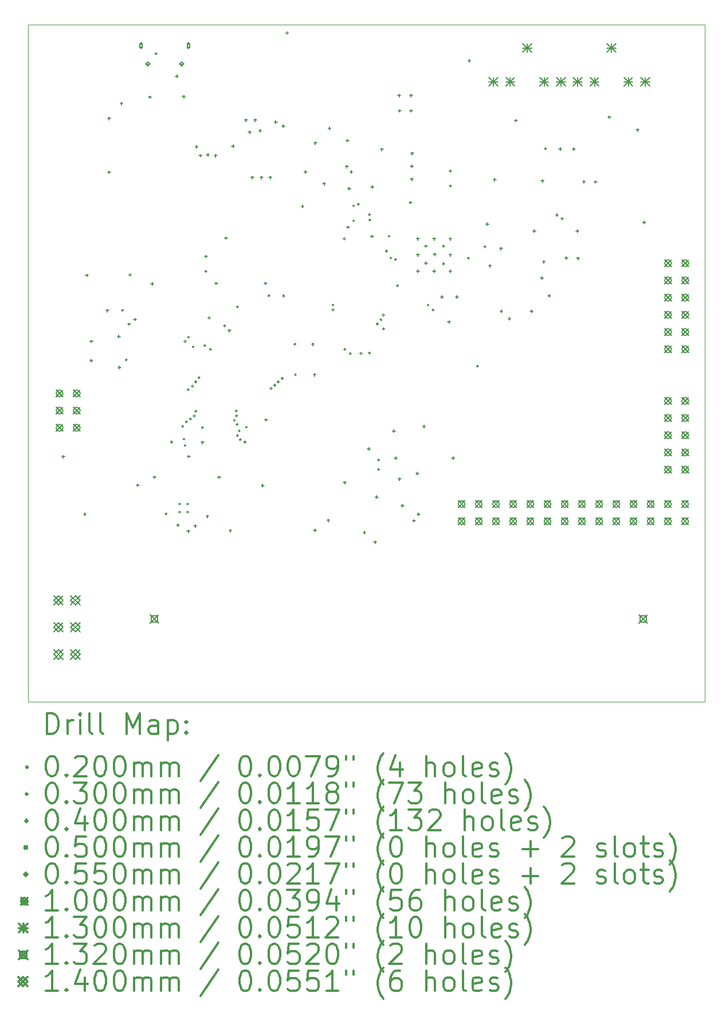
<source format=gbr>
%FSLAX45Y45*%
G04 Gerber Fmt 4.5, Leading zero omitted, Abs format (unit mm)*
G04 Created by KiCad (PCBNEW (5.1.10)-1) date 2021-10-14 15:07:15*
%MOMM*%
%LPD*%
G01*
G04 APERTURE LIST*
%TA.AperFunction,Profile*%
%ADD10C,0.100000*%
%TD*%
%ADD11C,0.200000*%
%ADD12C,0.300000*%
G04 APERTURE END LIST*
D10*
X15000000Y-5000000D02*
X15000000Y-15000000D01*
X5000000Y-5000000D02*
X15000000Y-5000000D01*
X5000000Y-15000000D02*
X5000000Y-5000000D01*
X15000000Y-15000000D02*
X5000000Y-15000000D01*
D11*
X7230000Y-12070000D02*
X7250000Y-12090000D01*
X7250000Y-12070000D02*
X7230000Y-12090000D01*
X7230000Y-12190000D02*
X7250000Y-12210000D01*
X7250000Y-12190000D02*
X7230000Y-12210000D01*
X7350000Y-12070000D02*
X7370000Y-12090000D01*
X7370000Y-12070000D02*
X7350000Y-12090000D01*
X7350000Y-12190000D02*
X7370000Y-12210000D01*
X7370000Y-12190000D02*
X7350000Y-12210000D01*
X6410000Y-9218750D02*
G75*
G03*
X6410000Y-9218750I-15000J0D01*
G01*
X6465000Y-9952500D02*
G75*
G03*
X6465000Y-9952500I-15000J0D01*
G01*
X6522000Y-8696000D02*
G75*
G03*
X6522000Y-8696000I-15000J0D01*
G01*
X6906000Y-5429000D02*
G75*
G03*
X6906000Y-5429000I-15000J0D01*
G01*
X7055000Y-12225000D02*
G75*
G03*
X7055000Y-12225000I-15000J0D01*
G01*
X7135000Y-11165000D02*
G75*
G03*
X7135000Y-11165000I-15000J0D01*
G01*
X7229000Y-12392000D02*
G75*
G03*
X7229000Y-12392000I-15000J0D01*
G01*
X7299960Y-10935000D02*
G75*
G03*
X7299960Y-10935000I-15000J0D01*
G01*
X7318563Y-11121437D02*
G75*
G03*
X7318563Y-11121437I-15000J0D01*
G01*
X7334531Y-11215469D02*
G75*
G03*
X7334531Y-11215469I-15000J0D01*
G01*
X7335000Y-9680000D02*
G75*
G03*
X7335000Y-9680000I-15000J0D01*
G01*
X7355160Y-10865426D02*
G75*
G03*
X7355160Y-10865426I-15000J0D01*
G01*
X7380000Y-10390000D02*
G75*
G03*
X7380000Y-10390000I-15000J0D01*
G01*
X7385000Y-9615000D02*
G75*
G03*
X7385000Y-9615000I-15000J0D01*
G01*
X7414647Y-10823633D02*
G75*
G03*
X7414647Y-10823633I-15000J0D01*
G01*
X7445000Y-10340000D02*
G75*
G03*
X7445000Y-10340000I-15000J0D01*
G01*
X7455000Y-9760000D02*
G75*
G03*
X7455000Y-9760000I-15000J0D01*
G01*
X7472010Y-10778970D02*
G75*
G03*
X7472010Y-10778970I-15000J0D01*
G01*
X7491701Y-10273950D02*
G75*
G03*
X7491701Y-10273950I-15000J0D01*
G01*
X7495000Y-10710000D02*
G75*
G03*
X7495000Y-10710000I-15000J0D01*
G01*
X7540000Y-10215000D02*
G75*
G03*
X7540000Y-10215000I-15000J0D01*
G01*
X7592500Y-10950000D02*
G75*
G03*
X7592500Y-10950000I-15000J0D01*
G01*
X7625000Y-9739799D02*
G75*
G03*
X7625000Y-9739799I-15000J0D01*
G01*
X7642500Y-8645000D02*
G75*
G03*
X7642500Y-8645000I-15000J0D01*
G01*
X7693000Y-9331000D02*
G75*
G03*
X7693000Y-9331000I-15000J0D01*
G01*
X7710000Y-9795000D02*
G75*
G03*
X7710000Y-9795000I-15000J0D01*
G01*
X8063905Y-10842925D02*
G75*
G03*
X8063905Y-10842925I-15000J0D01*
G01*
X8090000Y-10705000D02*
G75*
G03*
X8090000Y-10705000I-15000J0D01*
G01*
X8095576Y-10777486D02*
G75*
G03*
X8095576Y-10777486I-15000J0D01*
G01*
X8103974Y-10903586D02*
G75*
G03*
X8103974Y-10903586I-15000J0D01*
G01*
X8108000Y-9170000D02*
G75*
G03*
X8108000Y-9170000I-15000J0D01*
G01*
X8108902Y-11067854D02*
G75*
G03*
X8108902Y-11067854I-15000J0D01*
G01*
X8135000Y-11000000D02*
G75*
G03*
X8135000Y-11000000I-15000J0D01*
G01*
X8150696Y-11127341D02*
G75*
G03*
X8150696Y-11127341I-15000J0D01*
G01*
X8219832Y-11165200D02*
G75*
G03*
X8219832Y-11165200I-15000J0D01*
G01*
X8242500Y-10945000D02*
G75*
G03*
X8242500Y-10945000I-15000J0D01*
G01*
X8575000Y-9002500D02*
G75*
G03*
X8575000Y-9002500I-15000J0D01*
G01*
X8605142Y-10373950D02*
G75*
G03*
X8605142Y-10373950I-15000J0D01*
G01*
X8659801Y-10325096D02*
G75*
G03*
X8659801Y-10325096I-15000J0D01*
G01*
X8711467Y-10273950D02*
G75*
G03*
X8711467Y-10273950I-15000J0D01*
G01*
X8770000Y-10223950D02*
G75*
G03*
X8770000Y-10223950I-15000J0D01*
G01*
X8844000Y-5124000D02*
G75*
G03*
X8844000Y-5124000I-15000J0D01*
G01*
X8960000Y-9718750D02*
G75*
G03*
X8960000Y-9718750I-15000J0D01*
G01*
X8965000Y-10168750D02*
G75*
G03*
X8965000Y-10168750I-15000J0D01*
G01*
X9520000Y-9140850D02*
G75*
G03*
X9520000Y-9140850I-15000J0D01*
G01*
X9520000Y-9213550D02*
G75*
G03*
X9520000Y-9213550I-15000J0D01*
G01*
X9690000Y-8162000D02*
G75*
G03*
X9690000Y-8162000I-15000J0D01*
G01*
X9695000Y-9795000D02*
G75*
G03*
X9695000Y-9795000I-15000J0D01*
G01*
X9775000Y-9859397D02*
G75*
G03*
X9775000Y-9859397I-15000J0D01*
G01*
X9825000Y-7674800D02*
G75*
G03*
X9825000Y-7674800I-15000J0D01*
G01*
X9825000Y-7895000D02*
G75*
G03*
X9825000Y-7895000I-15000J0D01*
G01*
X9894710Y-7654166D02*
G75*
G03*
X9894710Y-7654166I-15000J0D01*
G01*
X9935841Y-9855841D02*
G75*
G03*
X9935841Y-9855841I-15000J0D01*
G01*
X10060000Y-7805000D02*
G75*
G03*
X10060000Y-7805000I-15000J0D01*
G01*
X10060000Y-9850000D02*
G75*
G03*
X10060000Y-9850000I-15000J0D01*
G01*
X10065000Y-7884800D02*
G75*
G03*
X10065000Y-7884800I-15000J0D01*
G01*
X10175000Y-9420000D02*
G75*
G03*
X10175000Y-9420000I-15000J0D01*
G01*
X10195000Y-11430000D02*
G75*
G03*
X10195000Y-11430000I-15000J0D01*
G01*
X10195000Y-11570000D02*
G75*
G03*
X10195000Y-11570000I-15000J0D01*
G01*
X10230000Y-9360000D02*
G75*
G03*
X10230000Y-9360000I-15000J0D01*
G01*
X10265000Y-9290000D02*
G75*
G03*
X10265000Y-9290000I-15000J0D01*
G01*
X10268315Y-9495000D02*
G75*
G03*
X10268315Y-9495000I-15000J0D01*
G01*
X10310000Y-8345000D02*
G75*
G03*
X10310000Y-8345000I-15000J0D01*
G01*
X10350000Y-8125000D02*
G75*
G03*
X10350000Y-8125000I-15000J0D01*
G01*
X10375000Y-8445000D02*
G75*
G03*
X10375000Y-8445000I-15000J0D01*
G01*
X10445000Y-8469799D02*
G75*
G03*
X10445000Y-8469799I-15000J0D01*
G01*
X10475000Y-8855000D02*
G75*
G03*
X10475000Y-8855000I-15000J0D01*
G01*
X10925000Y-9140000D02*
G75*
G03*
X10925000Y-9140000I-15000J0D01*
G01*
X11000000Y-9215000D02*
G75*
G03*
X11000000Y-9215000I-15000J0D01*
G01*
X11520000Y-8450000D02*
G75*
G03*
X11520000Y-8450000I-15000J0D01*
G01*
X11655000Y-10045000D02*
G75*
G03*
X11655000Y-10045000I-15000J0D01*
G01*
X11765000Y-8280000D02*
G75*
G03*
X11765000Y-8280000I-15000J0D01*
G01*
X12715000Y-9005000D02*
G75*
G03*
X12715000Y-9005000I-15000J0D01*
G01*
X5520000Y-11360000D02*
X5520000Y-11400000D01*
X5500000Y-11380000D02*
X5540000Y-11380000D01*
X5840002Y-12209998D02*
X5840002Y-12249998D01*
X5820002Y-12229998D02*
X5860002Y-12229998D01*
X5870000Y-8680000D02*
X5870000Y-8720000D01*
X5850000Y-8700000D02*
X5890000Y-8700000D01*
X5933750Y-9653751D02*
X5933750Y-9693751D01*
X5913750Y-9673751D02*
X5953750Y-9673751D01*
X5933750Y-9938751D02*
X5933750Y-9978751D01*
X5913750Y-9958751D02*
X5953750Y-9958751D01*
X6171250Y-9198750D02*
X6171250Y-9238750D01*
X6151250Y-9218750D02*
X6191250Y-9218750D01*
X6198000Y-6362500D02*
X6198000Y-6402500D01*
X6178000Y-6382500D02*
X6218000Y-6382500D01*
X6198000Y-7157500D02*
X6198000Y-7197500D01*
X6178000Y-7177500D02*
X6218000Y-7177500D01*
X6342500Y-9582500D02*
X6342500Y-9622500D01*
X6322500Y-9602500D02*
X6362500Y-9602500D01*
X6350000Y-10040000D02*
X6350000Y-10080000D01*
X6330000Y-10060000D02*
X6370000Y-10060000D01*
X6380000Y-6143000D02*
X6380000Y-6183000D01*
X6360000Y-6163000D02*
X6400000Y-6163000D01*
X6495000Y-9400000D02*
X6495000Y-9440000D01*
X6475000Y-9420000D02*
X6515000Y-9420000D01*
X6580000Y-9333550D02*
X6580000Y-9373550D01*
X6560000Y-9353550D02*
X6600000Y-9353550D01*
X6620000Y-11780001D02*
X6620000Y-11820001D01*
X6600000Y-11800001D02*
X6640000Y-11800001D01*
X6802500Y-6048000D02*
X6802500Y-6088000D01*
X6782500Y-6068000D02*
X6822500Y-6068000D01*
X6836001Y-8804000D02*
X6836001Y-8844000D01*
X6816001Y-8824000D02*
X6856001Y-8824000D01*
X6869999Y-11660000D02*
X6869999Y-11700000D01*
X6849999Y-11680000D02*
X6889999Y-11680000D01*
X7200000Y-5740000D02*
X7200000Y-5780000D01*
X7180000Y-5760000D02*
X7220000Y-5760000D01*
X7300000Y-6041000D02*
X7300000Y-6081000D01*
X7280000Y-6061000D02*
X7320000Y-6061000D01*
X7370000Y-12460000D02*
X7370000Y-12500000D01*
X7350000Y-12480000D02*
X7390000Y-12480000D01*
X7375000Y-11355000D02*
X7375000Y-11395000D01*
X7355000Y-11375000D02*
X7395000Y-11375000D01*
X7470000Y-12384000D02*
X7470000Y-12424000D01*
X7450000Y-12404000D02*
X7490000Y-12404000D01*
X7490000Y-6780000D02*
X7490000Y-6820000D01*
X7470000Y-6800000D02*
X7510000Y-6800000D01*
X7545000Y-6910000D02*
X7545000Y-6950000D01*
X7525000Y-6930000D02*
X7565000Y-6930000D01*
X7577500Y-11147496D02*
X7577500Y-11187496D01*
X7557500Y-11167496D02*
X7597500Y-11167496D01*
X7627500Y-8401000D02*
X7627500Y-8441000D01*
X7607500Y-8421000D02*
X7647500Y-8421000D01*
X7650000Y-12240000D02*
X7650000Y-12280000D01*
X7630000Y-12260000D02*
X7670000Y-12260000D01*
X7655000Y-6900000D02*
X7655000Y-6940000D01*
X7635000Y-6920000D02*
X7675000Y-6920000D01*
X7772500Y-6912500D02*
X7772500Y-6952500D01*
X7752500Y-6932500D02*
X7792500Y-6932500D01*
X7780000Y-8800000D02*
X7780000Y-8840000D01*
X7760000Y-8820000D02*
X7800000Y-8820000D01*
X7824000Y-11660000D02*
X7824000Y-11700000D01*
X7804000Y-11680000D02*
X7844000Y-11680000D01*
X7905000Y-9424799D02*
X7905000Y-9464799D01*
X7885000Y-9444799D02*
X7925000Y-9444799D01*
X7925000Y-8130000D02*
X7925000Y-8170000D01*
X7905000Y-8150000D02*
X7945000Y-8150000D01*
X7975000Y-9495000D02*
X7975000Y-9535000D01*
X7955000Y-9515000D02*
X7995000Y-9515000D01*
X7990000Y-12450001D02*
X7990000Y-12490001D01*
X7970000Y-12470001D02*
X8010000Y-12470001D01*
X8030201Y-6772299D02*
X8030201Y-6812299D01*
X8010201Y-6792299D02*
X8050201Y-6792299D01*
X8220000Y-6390000D02*
X8220000Y-6430000D01*
X8200000Y-6410000D02*
X8240000Y-6410000D01*
X8274000Y-6568000D02*
X8274000Y-6608000D01*
X8254000Y-6588000D02*
X8294000Y-6588000D01*
X8315000Y-7235000D02*
X8315000Y-7275000D01*
X8295000Y-7255000D02*
X8335000Y-7255000D01*
X8355000Y-6390000D02*
X8355000Y-6430000D01*
X8335000Y-6410000D02*
X8375000Y-6410000D01*
X8430000Y-6543000D02*
X8430000Y-6583000D01*
X8410000Y-6563000D02*
X8450000Y-6563000D01*
X8450000Y-7235000D02*
X8450000Y-7275000D01*
X8430000Y-7255000D02*
X8470000Y-7255000D01*
X8465000Y-11785000D02*
X8465000Y-11825000D01*
X8445000Y-11805000D02*
X8485000Y-11805000D01*
X8510000Y-8800000D02*
X8510000Y-8840000D01*
X8490000Y-8820000D02*
X8530000Y-8820000D01*
X8516000Y-10814000D02*
X8516000Y-10854000D01*
X8496000Y-10834000D02*
X8536000Y-10834000D01*
X8580000Y-7235000D02*
X8580000Y-7275000D01*
X8560000Y-7255000D02*
X8600000Y-7255000D01*
X8660000Y-6417000D02*
X8660000Y-6457000D01*
X8640000Y-6437000D02*
X8680000Y-6437000D01*
X8770000Y-6477000D02*
X8770000Y-6517000D01*
X8750000Y-6497000D02*
X8790000Y-6497000D01*
X8777500Y-8982500D02*
X8777500Y-9022500D01*
X8757500Y-9002500D02*
X8797500Y-9002500D01*
X9056000Y-7661000D02*
X9056000Y-7701000D01*
X9036000Y-7681000D02*
X9076000Y-7681000D01*
X9100000Y-7155000D02*
X9100000Y-7195000D01*
X9080000Y-7175000D02*
X9120000Y-7175000D01*
X9208000Y-9698750D02*
X9208000Y-9738750D01*
X9188000Y-9718750D02*
X9228000Y-9718750D01*
X9233000Y-10148750D02*
X9233000Y-10188750D01*
X9213000Y-10168750D02*
X9253000Y-10168750D01*
X9240000Y-12446000D02*
X9240000Y-12486000D01*
X9220000Y-12466000D02*
X9260000Y-12466000D01*
X9245000Y-6729000D02*
X9245000Y-6769000D01*
X9225000Y-6749000D02*
X9265000Y-6749000D01*
X9375000Y-7330000D02*
X9375000Y-7370000D01*
X9355000Y-7350000D02*
X9395000Y-7350000D01*
X9438000Y-12300000D02*
X9438000Y-12340000D01*
X9418000Y-12320000D02*
X9458000Y-12320000D01*
X9453000Y-6510000D02*
X9453000Y-6550000D01*
X9433000Y-6530000D02*
X9473000Y-6530000D01*
X9680000Y-11740000D02*
X9680000Y-11780000D01*
X9660000Y-11760000D02*
X9700000Y-11760000D01*
X9710000Y-7075000D02*
X9710000Y-7115000D01*
X9690000Y-7095000D02*
X9730000Y-7095000D01*
X9720000Y-6690000D02*
X9720000Y-6730000D01*
X9700000Y-6710000D02*
X9740000Y-6710000D01*
X9728000Y-7969500D02*
X9728000Y-8009500D01*
X9708000Y-7989500D02*
X9748000Y-7989500D01*
X9745000Y-7400000D02*
X9745000Y-7440000D01*
X9725000Y-7420000D02*
X9765000Y-7420000D01*
X9775000Y-7155000D02*
X9775000Y-7195000D01*
X9755000Y-7175000D02*
X9795000Y-7175000D01*
X9970000Y-12480000D02*
X9970000Y-12520000D01*
X9950000Y-12500000D02*
X9990000Y-12500000D01*
X10036250Y-11243750D02*
X10036250Y-11283750D01*
X10016250Y-11263750D02*
X10056250Y-11263750D01*
X10083000Y-8105000D02*
X10083000Y-8145000D01*
X10063000Y-8125000D02*
X10103000Y-8125000D01*
X10086250Y-7375000D02*
X10086250Y-7415000D01*
X10066250Y-7395000D02*
X10106250Y-7395000D01*
X10130000Y-12620000D02*
X10130000Y-12660000D01*
X10110000Y-12640000D02*
X10150000Y-12640000D01*
X10150000Y-11954999D02*
X10150000Y-11994999D01*
X10130000Y-11974999D02*
X10170000Y-11974999D01*
X10226000Y-6821000D02*
X10226000Y-6861000D01*
X10206000Y-6841000D02*
X10246000Y-6841000D01*
X10405000Y-10980000D02*
X10405000Y-11020000D01*
X10385000Y-11000000D02*
X10425000Y-11000000D01*
X10435000Y-11380000D02*
X10435000Y-11420000D01*
X10415000Y-11400000D02*
X10455000Y-11400000D01*
X10485000Y-6025000D02*
X10485000Y-6065000D01*
X10465000Y-6045000D02*
X10505000Y-6045000D01*
X10490000Y-6250000D02*
X10490000Y-6290000D01*
X10470000Y-6270000D02*
X10510000Y-6270000D01*
X10490000Y-11690000D02*
X10490000Y-11730000D01*
X10470000Y-11710000D02*
X10510000Y-11710000D01*
X10532500Y-12082500D02*
X10532500Y-12122500D01*
X10512500Y-12102500D02*
X10552500Y-12102500D01*
X10650000Y-7605000D02*
X10650000Y-7645000D01*
X10630000Y-7625000D02*
X10670000Y-7625000D01*
X10660000Y-6025000D02*
X10660000Y-6065000D01*
X10640000Y-6045000D02*
X10680000Y-6045000D01*
X10660000Y-6250000D02*
X10660000Y-6290000D01*
X10640000Y-6270000D02*
X10680000Y-6270000D01*
X10670000Y-7260000D02*
X10670000Y-7300000D01*
X10650000Y-7280000D02*
X10690000Y-7280000D01*
X10670001Y-7070000D02*
X10670001Y-7110000D01*
X10650001Y-7090000D02*
X10690001Y-7090000D01*
X10675000Y-6880000D02*
X10675000Y-6920000D01*
X10655000Y-6900000D02*
X10695000Y-6900000D01*
X10700000Y-12305000D02*
X10700000Y-12345000D01*
X10680000Y-12325000D02*
X10720000Y-12325000D01*
X10752500Y-11607500D02*
X10752500Y-11647500D01*
X10732500Y-11627500D02*
X10772500Y-11627500D01*
X10760000Y-8140000D02*
X10760000Y-8180000D01*
X10740000Y-8160000D02*
X10780000Y-8160000D01*
X10760000Y-8380000D02*
X10760000Y-8420000D01*
X10740000Y-8400000D02*
X10780000Y-8400000D01*
X10760000Y-8620000D02*
X10760000Y-8660000D01*
X10740000Y-8640000D02*
X10780000Y-8640000D01*
X10770000Y-12210000D02*
X10770000Y-12250000D01*
X10750000Y-12230000D02*
X10790000Y-12230000D01*
X10851000Y-10912000D02*
X10851000Y-10952000D01*
X10831000Y-10932000D02*
X10871000Y-10932000D01*
X10880000Y-8250000D02*
X10880000Y-8290000D01*
X10860000Y-8270000D02*
X10900000Y-8270000D01*
X10880000Y-8500000D02*
X10880000Y-8540000D01*
X10860000Y-8520000D02*
X10900000Y-8520000D01*
X11000000Y-8140000D02*
X11000000Y-8180000D01*
X10980000Y-8160000D02*
X11020000Y-8160000D01*
X11000000Y-8620000D02*
X11000000Y-8660000D01*
X10980000Y-8640000D02*
X11020000Y-8640000D01*
X11010000Y-8370000D02*
X11010000Y-8410000D01*
X10990000Y-8390000D02*
X11030000Y-8390000D01*
X11115000Y-9000000D02*
X11115000Y-9040000D01*
X11095000Y-9020000D02*
X11135000Y-9020000D01*
X11140000Y-8250000D02*
X11140000Y-8290000D01*
X11120000Y-8270000D02*
X11160000Y-8270000D01*
X11140000Y-8510000D02*
X11140000Y-8550000D01*
X11120000Y-8530000D02*
X11160000Y-8530000D01*
X11220000Y-9369000D02*
X11220000Y-9409000D01*
X11200000Y-9389000D02*
X11240000Y-9389000D01*
X11240000Y-7140000D02*
X11240000Y-7180000D01*
X11220000Y-7160000D02*
X11260000Y-7160000D01*
X11240000Y-7360000D02*
X11240000Y-7400000D01*
X11220000Y-7380000D02*
X11260000Y-7380000D01*
X11240000Y-8140000D02*
X11240000Y-8180000D01*
X11220000Y-8160000D02*
X11260000Y-8160000D01*
X11240000Y-8380000D02*
X11240000Y-8420000D01*
X11220000Y-8400000D02*
X11260000Y-8400000D01*
X11240000Y-8620000D02*
X11240000Y-8660000D01*
X11220000Y-8640000D02*
X11260000Y-8640000D01*
X11280000Y-11380000D02*
X11280000Y-11420000D01*
X11260000Y-11400000D02*
X11300000Y-11400000D01*
X11335000Y-9000000D02*
X11335000Y-9040000D01*
X11315000Y-9020000D02*
X11355000Y-9020000D01*
X11520000Y-5510000D02*
X11520000Y-5550000D01*
X11500000Y-5530000D02*
X11540000Y-5530000D01*
X11785000Y-7925000D02*
X11785000Y-7965000D01*
X11765000Y-7945000D02*
X11805000Y-7945000D01*
X11825000Y-8538000D02*
X11825000Y-8578000D01*
X11805000Y-8558000D02*
X11845000Y-8558000D01*
X11895000Y-7269999D02*
X11895000Y-7309999D01*
X11875000Y-7289999D02*
X11915000Y-7289999D01*
X11989000Y-8286000D02*
X11989000Y-8326000D01*
X11969000Y-8306000D02*
X12009000Y-8306000D01*
X11995000Y-9210000D02*
X11995000Y-9250000D01*
X11975000Y-9230000D02*
X12015000Y-9230000D01*
X12113750Y-9320000D02*
X12113750Y-9360000D01*
X12093750Y-9340000D02*
X12133750Y-9340000D01*
X12210000Y-6395000D02*
X12210000Y-6435000D01*
X12190000Y-6415000D02*
X12230000Y-6415000D01*
X12439000Y-9210000D02*
X12439000Y-9250000D01*
X12419000Y-9230000D02*
X12459000Y-9230000D01*
X12480000Y-8026250D02*
X12480000Y-8066250D01*
X12460000Y-8046250D02*
X12500000Y-8046250D01*
X12593000Y-8720000D02*
X12593000Y-8760000D01*
X12573000Y-8740000D02*
X12613000Y-8740000D01*
X12602000Y-7285000D02*
X12602000Y-7325000D01*
X12582000Y-7305000D02*
X12622000Y-7305000D01*
X12620001Y-8479999D02*
X12620001Y-8519999D01*
X12600001Y-8499999D02*
X12640001Y-8499999D01*
X12645000Y-6810003D02*
X12645000Y-6850003D01*
X12625000Y-6830003D02*
X12665000Y-6830003D01*
X12815000Y-7790000D02*
X12815000Y-7830000D01*
X12795000Y-7810000D02*
X12835000Y-7810000D01*
X12865000Y-6815000D02*
X12865000Y-6855000D01*
X12845000Y-6835000D02*
X12885000Y-6835000D01*
X12892131Y-7841421D02*
X12892131Y-7881421D01*
X12872131Y-7861421D02*
X12912131Y-7861421D01*
X12952500Y-8425000D02*
X12952500Y-8465000D01*
X12932500Y-8445000D02*
X12972500Y-8445000D01*
X13065000Y-6814995D02*
X13065000Y-6854995D01*
X13045000Y-6834995D02*
X13085000Y-6834995D01*
X13116000Y-8026250D02*
X13116000Y-8066250D01*
X13096000Y-8046250D02*
X13136000Y-8046250D01*
X13125000Y-8429999D02*
X13125000Y-8469999D01*
X13105000Y-8449999D02*
X13145000Y-8449999D01*
X13212500Y-7297500D02*
X13212500Y-7337500D01*
X13192500Y-7317500D02*
X13232500Y-7317500D01*
X13385000Y-7300000D02*
X13385000Y-7340000D01*
X13365000Y-7320000D02*
X13405000Y-7320000D01*
X13590000Y-6345000D02*
X13590000Y-6385000D01*
X13570000Y-6365000D02*
X13610000Y-6365000D01*
X14007500Y-6532500D02*
X14007500Y-6572500D01*
X13987500Y-6552500D02*
X14027500Y-6552500D01*
X14104000Y-7900000D02*
X14104000Y-7940000D01*
X14084000Y-7920000D02*
X14124000Y-7920000D01*
X6687678Y-5327678D02*
X6687678Y-5292322D01*
X6652322Y-5292322D01*
X6652322Y-5327678D01*
X6687678Y-5327678D01*
X6685000Y-5342500D02*
X6685000Y-5277500D01*
X6655000Y-5342500D02*
X6655000Y-5277500D01*
X6685000Y-5277500D02*
G75*
G03*
X6655000Y-5277500I-15000J0D01*
G01*
X6655000Y-5342500D02*
G75*
G03*
X6685000Y-5342500I15000J0D01*
G01*
X7387678Y-5327678D02*
X7387678Y-5292322D01*
X7352322Y-5292322D01*
X7352322Y-5327678D01*
X7387678Y-5327678D01*
X7385000Y-5342500D02*
X7385000Y-5277500D01*
X7355000Y-5342500D02*
X7355000Y-5277500D01*
X7385000Y-5277500D02*
G75*
G03*
X7355000Y-5277500I-15000J0D01*
G01*
X7355000Y-5342500D02*
G75*
G03*
X7385000Y-5342500I15000J0D01*
G01*
X6770000Y-5607500D02*
X6797500Y-5580000D01*
X6770000Y-5552500D01*
X6742500Y-5580000D01*
X6770000Y-5607500D01*
X6785000Y-5562500D02*
X6755000Y-5562500D01*
X6785000Y-5597500D02*
X6755000Y-5597500D01*
X6755000Y-5562500D02*
G75*
G03*
X6755000Y-5597500I0J-17500D01*
G01*
X6785000Y-5597500D02*
G75*
G03*
X6785000Y-5562500I0J17500D01*
G01*
X7270000Y-5607500D02*
X7297500Y-5580000D01*
X7270000Y-5552500D01*
X7242500Y-5580000D01*
X7270000Y-5607500D01*
X7285000Y-5562500D02*
X7255000Y-5562500D01*
X7285000Y-5597500D02*
X7255000Y-5597500D01*
X7255000Y-5562500D02*
G75*
G03*
X7255000Y-5597500I0J-17500D01*
G01*
X7285000Y-5597500D02*
G75*
G03*
X7285000Y-5562500I0J17500D01*
G01*
X5416000Y-10396000D02*
X5516000Y-10496000D01*
X5516000Y-10396000D02*
X5416000Y-10496000D01*
X5516000Y-10446000D02*
G75*
G03*
X5516000Y-10446000I-50000J0D01*
G01*
X5416000Y-10650000D02*
X5516000Y-10750000D01*
X5516000Y-10650000D02*
X5416000Y-10750000D01*
X5516000Y-10700000D02*
G75*
G03*
X5516000Y-10700000I-50000J0D01*
G01*
X5416000Y-10904000D02*
X5516000Y-11004000D01*
X5516000Y-10904000D02*
X5416000Y-11004000D01*
X5516000Y-10954000D02*
G75*
G03*
X5516000Y-10954000I-50000J0D01*
G01*
X5670000Y-10396000D02*
X5770000Y-10496000D01*
X5770000Y-10396000D02*
X5670000Y-10496000D01*
X5770000Y-10446000D02*
G75*
G03*
X5770000Y-10446000I-50000J0D01*
G01*
X5670000Y-10650000D02*
X5770000Y-10750000D01*
X5770000Y-10650000D02*
X5670000Y-10750000D01*
X5770000Y-10700000D02*
G75*
G03*
X5770000Y-10700000I-50000J0D01*
G01*
X5670000Y-10904000D02*
X5770000Y-11004000D01*
X5770000Y-10904000D02*
X5670000Y-11004000D01*
X5770000Y-10954000D02*
G75*
G03*
X5770000Y-10954000I-50000J0D01*
G01*
X11356000Y-12031000D02*
X11456000Y-12131000D01*
X11456000Y-12031000D02*
X11356000Y-12131000D01*
X11456000Y-12081000D02*
G75*
G03*
X11456000Y-12081000I-50000J0D01*
G01*
X11356000Y-12285000D02*
X11456000Y-12385000D01*
X11456000Y-12285000D02*
X11356000Y-12385000D01*
X11456000Y-12335000D02*
G75*
G03*
X11456000Y-12335000I-50000J0D01*
G01*
X11610000Y-12031000D02*
X11710000Y-12131000D01*
X11710000Y-12031000D02*
X11610000Y-12131000D01*
X11710000Y-12081000D02*
G75*
G03*
X11710000Y-12081000I-50000J0D01*
G01*
X11610000Y-12285000D02*
X11710000Y-12385000D01*
X11710000Y-12285000D02*
X11610000Y-12385000D01*
X11710000Y-12335000D02*
G75*
G03*
X11710000Y-12335000I-50000J0D01*
G01*
X11864000Y-12031000D02*
X11964000Y-12131000D01*
X11964000Y-12031000D02*
X11864000Y-12131000D01*
X11964000Y-12081000D02*
G75*
G03*
X11964000Y-12081000I-50000J0D01*
G01*
X11864000Y-12285000D02*
X11964000Y-12385000D01*
X11964000Y-12285000D02*
X11864000Y-12385000D01*
X11964000Y-12335000D02*
G75*
G03*
X11964000Y-12335000I-50000J0D01*
G01*
X12118000Y-12031000D02*
X12218000Y-12131000D01*
X12218000Y-12031000D02*
X12118000Y-12131000D01*
X12218000Y-12081000D02*
G75*
G03*
X12218000Y-12081000I-50000J0D01*
G01*
X12118000Y-12285000D02*
X12218000Y-12385000D01*
X12218000Y-12285000D02*
X12118000Y-12385000D01*
X12218000Y-12335000D02*
G75*
G03*
X12218000Y-12335000I-50000J0D01*
G01*
X12372000Y-12031000D02*
X12472000Y-12131000D01*
X12472000Y-12031000D02*
X12372000Y-12131000D01*
X12472000Y-12081000D02*
G75*
G03*
X12472000Y-12081000I-50000J0D01*
G01*
X12372000Y-12285000D02*
X12472000Y-12385000D01*
X12472000Y-12285000D02*
X12372000Y-12385000D01*
X12472000Y-12335000D02*
G75*
G03*
X12472000Y-12335000I-50000J0D01*
G01*
X12626000Y-12031000D02*
X12726000Y-12131000D01*
X12726000Y-12031000D02*
X12626000Y-12131000D01*
X12726000Y-12081000D02*
G75*
G03*
X12726000Y-12081000I-50000J0D01*
G01*
X12626000Y-12285000D02*
X12726000Y-12385000D01*
X12726000Y-12285000D02*
X12626000Y-12385000D01*
X12726000Y-12335000D02*
G75*
G03*
X12726000Y-12335000I-50000J0D01*
G01*
X12880000Y-12031000D02*
X12980000Y-12131000D01*
X12980000Y-12031000D02*
X12880000Y-12131000D01*
X12980000Y-12081000D02*
G75*
G03*
X12980000Y-12081000I-50000J0D01*
G01*
X12880000Y-12285000D02*
X12980000Y-12385000D01*
X12980000Y-12285000D02*
X12880000Y-12385000D01*
X12980000Y-12335000D02*
G75*
G03*
X12980000Y-12335000I-50000J0D01*
G01*
X13134000Y-12031000D02*
X13234000Y-12131000D01*
X13234000Y-12031000D02*
X13134000Y-12131000D01*
X13234000Y-12081000D02*
G75*
G03*
X13234000Y-12081000I-50000J0D01*
G01*
X13134000Y-12285000D02*
X13234000Y-12385000D01*
X13234000Y-12285000D02*
X13134000Y-12385000D01*
X13234000Y-12335000D02*
G75*
G03*
X13234000Y-12335000I-50000J0D01*
G01*
X13388000Y-12031000D02*
X13488000Y-12131000D01*
X13488000Y-12031000D02*
X13388000Y-12131000D01*
X13488000Y-12081000D02*
G75*
G03*
X13488000Y-12081000I-50000J0D01*
G01*
X13388000Y-12285000D02*
X13488000Y-12385000D01*
X13488000Y-12285000D02*
X13388000Y-12385000D01*
X13488000Y-12335000D02*
G75*
G03*
X13488000Y-12335000I-50000J0D01*
G01*
X13642000Y-12031000D02*
X13742000Y-12131000D01*
X13742000Y-12031000D02*
X13642000Y-12131000D01*
X13742000Y-12081000D02*
G75*
G03*
X13742000Y-12081000I-50000J0D01*
G01*
X13642000Y-12285000D02*
X13742000Y-12385000D01*
X13742000Y-12285000D02*
X13642000Y-12385000D01*
X13742000Y-12335000D02*
G75*
G03*
X13742000Y-12335000I-50000J0D01*
G01*
X13896000Y-12031000D02*
X13996000Y-12131000D01*
X13996000Y-12031000D02*
X13896000Y-12131000D01*
X13996000Y-12081000D02*
G75*
G03*
X13996000Y-12081000I-50000J0D01*
G01*
X13896000Y-12285000D02*
X13996000Y-12385000D01*
X13996000Y-12285000D02*
X13896000Y-12385000D01*
X13996000Y-12335000D02*
G75*
G03*
X13996000Y-12335000I-50000J0D01*
G01*
X14150000Y-12031000D02*
X14250000Y-12131000D01*
X14250000Y-12031000D02*
X14150000Y-12131000D01*
X14250000Y-12081000D02*
G75*
G03*
X14250000Y-12081000I-50000J0D01*
G01*
X14150000Y-12285000D02*
X14250000Y-12385000D01*
X14250000Y-12285000D02*
X14150000Y-12385000D01*
X14250000Y-12335000D02*
G75*
G03*
X14250000Y-12335000I-50000J0D01*
G01*
X14404000Y-12031000D02*
X14504000Y-12131000D01*
X14504000Y-12031000D02*
X14404000Y-12131000D01*
X14504000Y-12081000D02*
G75*
G03*
X14504000Y-12081000I-50000J0D01*
G01*
X14404000Y-12285000D02*
X14504000Y-12385000D01*
X14504000Y-12285000D02*
X14404000Y-12385000D01*
X14504000Y-12335000D02*
G75*
G03*
X14504000Y-12335000I-50000J0D01*
G01*
X14406000Y-10505800D02*
X14506000Y-10605800D01*
X14506000Y-10505800D02*
X14406000Y-10605800D01*
X14506000Y-10555800D02*
G75*
G03*
X14506000Y-10555800I-50000J0D01*
G01*
X14406000Y-10759800D02*
X14506000Y-10859800D01*
X14506000Y-10759800D02*
X14406000Y-10859800D01*
X14506000Y-10809800D02*
G75*
G03*
X14506000Y-10809800I-50000J0D01*
G01*
X14406000Y-11013800D02*
X14506000Y-11113800D01*
X14506000Y-11013800D02*
X14406000Y-11113800D01*
X14506000Y-11063800D02*
G75*
G03*
X14506000Y-11063800I-50000J0D01*
G01*
X14406000Y-11267800D02*
X14506000Y-11367800D01*
X14506000Y-11267800D02*
X14406000Y-11367800D01*
X14506000Y-11317800D02*
G75*
G03*
X14506000Y-11317800I-50000J0D01*
G01*
X14406000Y-11521800D02*
X14506000Y-11621800D01*
X14506000Y-11521800D02*
X14406000Y-11621800D01*
X14506000Y-11571800D02*
G75*
G03*
X14506000Y-11571800I-50000J0D01*
G01*
X14407000Y-8473800D02*
X14507000Y-8573800D01*
X14507000Y-8473800D02*
X14407000Y-8573800D01*
X14507000Y-8523800D02*
G75*
G03*
X14507000Y-8523800I-50000J0D01*
G01*
X14407000Y-8727800D02*
X14507000Y-8827800D01*
X14507000Y-8727800D02*
X14407000Y-8827800D01*
X14507000Y-8777800D02*
G75*
G03*
X14507000Y-8777800I-50000J0D01*
G01*
X14407000Y-8981800D02*
X14507000Y-9081800D01*
X14507000Y-8981800D02*
X14407000Y-9081800D01*
X14507000Y-9031800D02*
G75*
G03*
X14507000Y-9031800I-50000J0D01*
G01*
X14407000Y-9235800D02*
X14507000Y-9335800D01*
X14507000Y-9235800D02*
X14407000Y-9335800D01*
X14507000Y-9285800D02*
G75*
G03*
X14507000Y-9285800I-50000J0D01*
G01*
X14407000Y-9489800D02*
X14507000Y-9589800D01*
X14507000Y-9489800D02*
X14407000Y-9589800D01*
X14507000Y-9539800D02*
G75*
G03*
X14507000Y-9539800I-50000J0D01*
G01*
X14407000Y-9743800D02*
X14507000Y-9843800D01*
X14507000Y-9743800D02*
X14407000Y-9843800D01*
X14507000Y-9793800D02*
G75*
G03*
X14507000Y-9793800I-50000J0D01*
G01*
X14658000Y-12031000D02*
X14758000Y-12131000D01*
X14758000Y-12031000D02*
X14658000Y-12131000D01*
X14758000Y-12081000D02*
G75*
G03*
X14758000Y-12081000I-50000J0D01*
G01*
X14658000Y-12285000D02*
X14758000Y-12385000D01*
X14758000Y-12285000D02*
X14658000Y-12385000D01*
X14758000Y-12335000D02*
G75*
G03*
X14758000Y-12335000I-50000J0D01*
G01*
X14660000Y-10505800D02*
X14760000Y-10605800D01*
X14760000Y-10505800D02*
X14660000Y-10605800D01*
X14760000Y-10555800D02*
G75*
G03*
X14760000Y-10555800I-50000J0D01*
G01*
X14660000Y-10759800D02*
X14760000Y-10859800D01*
X14760000Y-10759800D02*
X14660000Y-10859800D01*
X14760000Y-10809800D02*
G75*
G03*
X14760000Y-10809800I-50000J0D01*
G01*
X14660000Y-11013800D02*
X14760000Y-11113800D01*
X14760000Y-11013800D02*
X14660000Y-11113800D01*
X14760000Y-11063800D02*
G75*
G03*
X14760000Y-11063800I-50000J0D01*
G01*
X14660000Y-11267800D02*
X14760000Y-11367800D01*
X14760000Y-11267800D02*
X14660000Y-11367800D01*
X14760000Y-11317800D02*
G75*
G03*
X14760000Y-11317800I-50000J0D01*
G01*
X14660000Y-11521800D02*
X14760000Y-11621800D01*
X14760000Y-11521800D02*
X14660000Y-11621800D01*
X14760000Y-11571800D02*
G75*
G03*
X14760000Y-11571800I-50000J0D01*
G01*
X14661000Y-8473800D02*
X14761000Y-8573800D01*
X14761000Y-8473800D02*
X14661000Y-8573800D01*
X14761000Y-8523800D02*
G75*
G03*
X14761000Y-8523800I-50000J0D01*
G01*
X14661000Y-8727800D02*
X14761000Y-8827800D01*
X14761000Y-8727800D02*
X14661000Y-8827800D01*
X14761000Y-8777800D02*
G75*
G03*
X14761000Y-8777800I-50000J0D01*
G01*
X14661000Y-8981800D02*
X14761000Y-9081800D01*
X14761000Y-8981800D02*
X14661000Y-9081800D01*
X14761000Y-9031800D02*
G75*
G03*
X14761000Y-9031800I-50000J0D01*
G01*
X14661000Y-9235800D02*
X14761000Y-9335800D01*
X14761000Y-9235800D02*
X14661000Y-9335800D01*
X14761000Y-9285800D02*
G75*
G03*
X14761000Y-9285800I-50000J0D01*
G01*
X14661000Y-9489800D02*
X14761000Y-9589800D01*
X14761000Y-9489800D02*
X14661000Y-9589800D01*
X14761000Y-9539800D02*
G75*
G03*
X14761000Y-9539800I-50000J0D01*
G01*
X14661000Y-9743800D02*
X14761000Y-9843800D01*
X14761000Y-9743800D02*
X14661000Y-9843800D01*
X14761000Y-9793800D02*
G75*
G03*
X14761000Y-9793800I-50000J0D01*
G01*
X11810000Y-5780000D02*
X11940000Y-5910000D01*
X11940000Y-5780000D02*
X11810000Y-5910000D01*
X11875000Y-5780000D02*
X11875000Y-5910000D01*
X11810000Y-5845000D02*
X11940000Y-5845000D01*
X12060000Y-5780000D02*
X12190000Y-5910000D01*
X12190000Y-5780000D02*
X12060000Y-5910000D01*
X12125000Y-5780000D02*
X12125000Y-5910000D01*
X12060000Y-5845000D02*
X12190000Y-5845000D01*
X12310000Y-5280000D02*
X12440000Y-5410000D01*
X12440000Y-5280000D02*
X12310000Y-5410000D01*
X12375000Y-5280000D02*
X12375000Y-5410000D01*
X12310000Y-5345000D02*
X12440000Y-5345000D01*
X12560000Y-5780000D02*
X12690000Y-5910000D01*
X12690000Y-5780000D02*
X12560000Y-5910000D01*
X12625000Y-5780000D02*
X12625000Y-5910000D01*
X12560000Y-5845000D02*
X12690000Y-5845000D01*
X12810000Y-5780000D02*
X12940000Y-5910000D01*
X12940000Y-5780000D02*
X12810000Y-5910000D01*
X12875000Y-5780000D02*
X12875000Y-5910000D01*
X12810000Y-5845000D02*
X12940000Y-5845000D01*
X13055000Y-5780000D02*
X13185000Y-5910000D01*
X13185000Y-5780000D02*
X13055000Y-5910000D01*
X13120000Y-5780000D02*
X13120000Y-5910000D01*
X13055000Y-5845000D02*
X13185000Y-5845000D01*
X13305000Y-5780000D02*
X13435000Y-5910000D01*
X13435000Y-5780000D02*
X13305000Y-5910000D01*
X13370000Y-5780000D02*
X13370000Y-5910000D01*
X13305000Y-5845000D02*
X13435000Y-5845000D01*
X13555000Y-5280000D02*
X13685000Y-5410000D01*
X13685000Y-5280000D02*
X13555000Y-5410000D01*
X13620000Y-5280000D02*
X13620000Y-5410000D01*
X13555000Y-5345000D02*
X13685000Y-5345000D01*
X13805000Y-5780000D02*
X13935000Y-5910000D01*
X13935000Y-5780000D02*
X13805000Y-5910000D01*
X13870000Y-5780000D02*
X13870000Y-5910000D01*
X13805000Y-5845000D02*
X13935000Y-5845000D01*
X14055000Y-5780000D02*
X14185000Y-5910000D01*
X14185000Y-5780000D02*
X14055000Y-5910000D01*
X14120000Y-5780000D02*
X14120000Y-5910000D01*
X14055000Y-5845000D02*
X14185000Y-5845000D01*
X6801000Y-13709000D02*
X6933000Y-13841000D01*
X6933000Y-13709000D02*
X6801000Y-13841000D01*
X6913669Y-13821669D02*
X6913669Y-13728330D01*
X6820330Y-13728330D01*
X6820330Y-13821669D01*
X6913669Y-13821669D01*
X14023000Y-13709000D02*
X14155000Y-13841000D01*
X14155000Y-13709000D02*
X14023000Y-13841000D01*
X14135669Y-13821669D02*
X14135669Y-13728330D01*
X14042330Y-13728330D01*
X14042330Y-13821669D01*
X14135669Y-13821669D01*
X5380000Y-13430000D02*
X5520000Y-13570000D01*
X5520000Y-13430000D02*
X5380000Y-13570000D01*
X5450000Y-13570000D02*
X5520000Y-13500000D01*
X5450000Y-13430000D01*
X5380000Y-13500000D01*
X5450000Y-13570000D01*
X5380000Y-13830000D02*
X5520000Y-13970000D01*
X5520000Y-13830000D02*
X5380000Y-13970000D01*
X5450000Y-13970000D02*
X5520000Y-13900000D01*
X5450000Y-13830000D01*
X5380000Y-13900000D01*
X5450000Y-13970000D01*
X5380000Y-14230000D02*
X5520000Y-14370000D01*
X5520000Y-14230000D02*
X5380000Y-14370000D01*
X5450000Y-14370000D02*
X5520000Y-14300000D01*
X5450000Y-14230000D01*
X5380000Y-14300000D01*
X5450000Y-14370000D01*
X5630000Y-13430000D02*
X5770000Y-13570000D01*
X5770000Y-13430000D02*
X5630000Y-13570000D01*
X5700000Y-13570000D02*
X5770000Y-13500000D01*
X5700000Y-13430000D01*
X5630000Y-13500000D01*
X5700000Y-13570000D01*
X5630000Y-13830000D02*
X5770000Y-13970000D01*
X5770000Y-13830000D02*
X5630000Y-13970000D01*
X5700000Y-13970000D02*
X5770000Y-13900000D01*
X5700000Y-13830000D01*
X5630000Y-13900000D01*
X5700000Y-13970000D01*
X5630000Y-14230000D02*
X5770000Y-14370000D01*
X5770000Y-14230000D02*
X5630000Y-14370000D01*
X5700000Y-14370000D02*
X5770000Y-14300000D01*
X5700000Y-14230000D01*
X5630000Y-14300000D01*
X5700000Y-14370000D01*
D12*
X5281428Y-15470714D02*
X5281428Y-15170714D01*
X5352857Y-15170714D01*
X5395714Y-15185000D01*
X5424286Y-15213571D01*
X5438571Y-15242143D01*
X5452857Y-15299286D01*
X5452857Y-15342143D01*
X5438571Y-15399286D01*
X5424286Y-15427857D01*
X5395714Y-15456429D01*
X5352857Y-15470714D01*
X5281428Y-15470714D01*
X5581428Y-15470714D02*
X5581428Y-15270714D01*
X5581428Y-15327857D02*
X5595714Y-15299286D01*
X5610000Y-15285000D01*
X5638571Y-15270714D01*
X5667143Y-15270714D01*
X5767143Y-15470714D02*
X5767143Y-15270714D01*
X5767143Y-15170714D02*
X5752857Y-15185000D01*
X5767143Y-15199286D01*
X5781428Y-15185000D01*
X5767143Y-15170714D01*
X5767143Y-15199286D01*
X5952857Y-15470714D02*
X5924286Y-15456429D01*
X5910000Y-15427857D01*
X5910000Y-15170714D01*
X6110000Y-15470714D02*
X6081428Y-15456429D01*
X6067143Y-15427857D01*
X6067143Y-15170714D01*
X6452857Y-15470714D02*
X6452857Y-15170714D01*
X6552857Y-15385000D01*
X6652857Y-15170714D01*
X6652857Y-15470714D01*
X6924286Y-15470714D02*
X6924286Y-15313571D01*
X6910000Y-15285000D01*
X6881428Y-15270714D01*
X6824286Y-15270714D01*
X6795714Y-15285000D01*
X6924286Y-15456429D02*
X6895714Y-15470714D01*
X6824286Y-15470714D01*
X6795714Y-15456429D01*
X6781428Y-15427857D01*
X6781428Y-15399286D01*
X6795714Y-15370714D01*
X6824286Y-15356429D01*
X6895714Y-15356429D01*
X6924286Y-15342143D01*
X7067143Y-15270714D02*
X7067143Y-15570714D01*
X7067143Y-15285000D02*
X7095714Y-15270714D01*
X7152857Y-15270714D01*
X7181428Y-15285000D01*
X7195714Y-15299286D01*
X7210000Y-15327857D01*
X7210000Y-15413571D01*
X7195714Y-15442143D01*
X7181428Y-15456429D01*
X7152857Y-15470714D01*
X7095714Y-15470714D01*
X7067143Y-15456429D01*
X7338571Y-15442143D02*
X7352857Y-15456429D01*
X7338571Y-15470714D01*
X7324286Y-15456429D01*
X7338571Y-15442143D01*
X7338571Y-15470714D01*
X7338571Y-15285000D02*
X7352857Y-15299286D01*
X7338571Y-15313571D01*
X7324286Y-15299286D01*
X7338571Y-15285000D01*
X7338571Y-15313571D01*
X4975000Y-15955000D02*
X4995000Y-15975000D01*
X4995000Y-15955000D02*
X4975000Y-15975000D01*
X5338571Y-15800714D02*
X5367143Y-15800714D01*
X5395714Y-15815000D01*
X5410000Y-15829286D01*
X5424286Y-15857857D01*
X5438571Y-15915000D01*
X5438571Y-15986429D01*
X5424286Y-16043571D01*
X5410000Y-16072143D01*
X5395714Y-16086429D01*
X5367143Y-16100714D01*
X5338571Y-16100714D01*
X5310000Y-16086429D01*
X5295714Y-16072143D01*
X5281428Y-16043571D01*
X5267143Y-15986429D01*
X5267143Y-15915000D01*
X5281428Y-15857857D01*
X5295714Y-15829286D01*
X5310000Y-15815000D01*
X5338571Y-15800714D01*
X5567143Y-16072143D02*
X5581428Y-16086429D01*
X5567143Y-16100714D01*
X5552857Y-16086429D01*
X5567143Y-16072143D01*
X5567143Y-16100714D01*
X5695714Y-15829286D02*
X5710000Y-15815000D01*
X5738571Y-15800714D01*
X5810000Y-15800714D01*
X5838571Y-15815000D01*
X5852857Y-15829286D01*
X5867143Y-15857857D01*
X5867143Y-15886429D01*
X5852857Y-15929286D01*
X5681428Y-16100714D01*
X5867143Y-16100714D01*
X6052857Y-15800714D02*
X6081428Y-15800714D01*
X6110000Y-15815000D01*
X6124286Y-15829286D01*
X6138571Y-15857857D01*
X6152857Y-15915000D01*
X6152857Y-15986429D01*
X6138571Y-16043571D01*
X6124286Y-16072143D01*
X6110000Y-16086429D01*
X6081428Y-16100714D01*
X6052857Y-16100714D01*
X6024286Y-16086429D01*
X6010000Y-16072143D01*
X5995714Y-16043571D01*
X5981428Y-15986429D01*
X5981428Y-15915000D01*
X5995714Y-15857857D01*
X6010000Y-15829286D01*
X6024286Y-15815000D01*
X6052857Y-15800714D01*
X6338571Y-15800714D02*
X6367143Y-15800714D01*
X6395714Y-15815000D01*
X6410000Y-15829286D01*
X6424286Y-15857857D01*
X6438571Y-15915000D01*
X6438571Y-15986429D01*
X6424286Y-16043571D01*
X6410000Y-16072143D01*
X6395714Y-16086429D01*
X6367143Y-16100714D01*
X6338571Y-16100714D01*
X6310000Y-16086429D01*
X6295714Y-16072143D01*
X6281428Y-16043571D01*
X6267143Y-15986429D01*
X6267143Y-15915000D01*
X6281428Y-15857857D01*
X6295714Y-15829286D01*
X6310000Y-15815000D01*
X6338571Y-15800714D01*
X6567143Y-16100714D02*
X6567143Y-15900714D01*
X6567143Y-15929286D02*
X6581428Y-15915000D01*
X6610000Y-15900714D01*
X6652857Y-15900714D01*
X6681428Y-15915000D01*
X6695714Y-15943571D01*
X6695714Y-16100714D01*
X6695714Y-15943571D02*
X6710000Y-15915000D01*
X6738571Y-15900714D01*
X6781428Y-15900714D01*
X6810000Y-15915000D01*
X6824286Y-15943571D01*
X6824286Y-16100714D01*
X6967143Y-16100714D02*
X6967143Y-15900714D01*
X6967143Y-15929286D02*
X6981428Y-15915000D01*
X7010000Y-15900714D01*
X7052857Y-15900714D01*
X7081428Y-15915000D01*
X7095714Y-15943571D01*
X7095714Y-16100714D01*
X7095714Y-15943571D02*
X7110000Y-15915000D01*
X7138571Y-15900714D01*
X7181428Y-15900714D01*
X7210000Y-15915000D01*
X7224286Y-15943571D01*
X7224286Y-16100714D01*
X7810000Y-15786429D02*
X7552857Y-16172143D01*
X8195714Y-15800714D02*
X8224286Y-15800714D01*
X8252857Y-15815000D01*
X8267143Y-15829286D01*
X8281428Y-15857857D01*
X8295714Y-15915000D01*
X8295714Y-15986429D01*
X8281428Y-16043571D01*
X8267143Y-16072143D01*
X8252857Y-16086429D01*
X8224286Y-16100714D01*
X8195714Y-16100714D01*
X8167143Y-16086429D01*
X8152857Y-16072143D01*
X8138571Y-16043571D01*
X8124286Y-15986429D01*
X8124286Y-15915000D01*
X8138571Y-15857857D01*
X8152857Y-15829286D01*
X8167143Y-15815000D01*
X8195714Y-15800714D01*
X8424286Y-16072143D02*
X8438571Y-16086429D01*
X8424286Y-16100714D01*
X8410000Y-16086429D01*
X8424286Y-16072143D01*
X8424286Y-16100714D01*
X8624286Y-15800714D02*
X8652857Y-15800714D01*
X8681428Y-15815000D01*
X8695714Y-15829286D01*
X8710000Y-15857857D01*
X8724286Y-15915000D01*
X8724286Y-15986429D01*
X8710000Y-16043571D01*
X8695714Y-16072143D01*
X8681428Y-16086429D01*
X8652857Y-16100714D01*
X8624286Y-16100714D01*
X8595714Y-16086429D01*
X8581428Y-16072143D01*
X8567143Y-16043571D01*
X8552857Y-15986429D01*
X8552857Y-15915000D01*
X8567143Y-15857857D01*
X8581428Y-15829286D01*
X8595714Y-15815000D01*
X8624286Y-15800714D01*
X8910000Y-15800714D02*
X8938571Y-15800714D01*
X8967143Y-15815000D01*
X8981428Y-15829286D01*
X8995714Y-15857857D01*
X9010000Y-15915000D01*
X9010000Y-15986429D01*
X8995714Y-16043571D01*
X8981428Y-16072143D01*
X8967143Y-16086429D01*
X8938571Y-16100714D01*
X8910000Y-16100714D01*
X8881428Y-16086429D01*
X8867143Y-16072143D01*
X8852857Y-16043571D01*
X8838571Y-15986429D01*
X8838571Y-15915000D01*
X8852857Y-15857857D01*
X8867143Y-15829286D01*
X8881428Y-15815000D01*
X8910000Y-15800714D01*
X9110000Y-15800714D02*
X9310000Y-15800714D01*
X9181428Y-16100714D01*
X9438571Y-16100714D02*
X9495714Y-16100714D01*
X9524286Y-16086429D01*
X9538571Y-16072143D01*
X9567143Y-16029286D01*
X9581428Y-15972143D01*
X9581428Y-15857857D01*
X9567143Y-15829286D01*
X9552857Y-15815000D01*
X9524286Y-15800714D01*
X9467143Y-15800714D01*
X9438571Y-15815000D01*
X9424286Y-15829286D01*
X9410000Y-15857857D01*
X9410000Y-15929286D01*
X9424286Y-15957857D01*
X9438571Y-15972143D01*
X9467143Y-15986429D01*
X9524286Y-15986429D01*
X9552857Y-15972143D01*
X9567143Y-15957857D01*
X9581428Y-15929286D01*
X9695714Y-15800714D02*
X9695714Y-15857857D01*
X9810000Y-15800714D02*
X9810000Y-15857857D01*
X10252857Y-16215000D02*
X10238571Y-16200714D01*
X10210000Y-16157857D01*
X10195714Y-16129286D01*
X10181428Y-16086429D01*
X10167143Y-16015000D01*
X10167143Y-15957857D01*
X10181428Y-15886429D01*
X10195714Y-15843571D01*
X10210000Y-15815000D01*
X10238571Y-15772143D01*
X10252857Y-15757857D01*
X10495714Y-15900714D02*
X10495714Y-16100714D01*
X10424286Y-15786429D02*
X10352857Y-16000714D01*
X10538571Y-16000714D01*
X10881428Y-16100714D02*
X10881428Y-15800714D01*
X11010000Y-16100714D02*
X11010000Y-15943571D01*
X10995714Y-15915000D01*
X10967143Y-15900714D01*
X10924286Y-15900714D01*
X10895714Y-15915000D01*
X10881428Y-15929286D01*
X11195714Y-16100714D02*
X11167143Y-16086429D01*
X11152857Y-16072143D01*
X11138571Y-16043571D01*
X11138571Y-15957857D01*
X11152857Y-15929286D01*
X11167143Y-15915000D01*
X11195714Y-15900714D01*
X11238571Y-15900714D01*
X11267143Y-15915000D01*
X11281428Y-15929286D01*
X11295714Y-15957857D01*
X11295714Y-16043571D01*
X11281428Y-16072143D01*
X11267143Y-16086429D01*
X11238571Y-16100714D01*
X11195714Y-16100714D01*
X11467143Y-16100714D02*
X11438571Y-16086429D01*
X11424286Y-16057857D01*
X11424286Y-15800714D01*
X11695714Y-16086429D02*
X11667143Y-16100714D01*
X11610000Y-16100714D01*
X11581428Y-16086429D01*
X11567143Y-16057857D01*
X11567143Y-15943571D01*
X11581428Y-15915000D01*
X11610000Y-15900714D01*
X11667143Y-15900714D01*
X11695714Y-15915000D01*
X11710000Y-15943571D01*
X11710000Y-15972143D01*
X11567143Y-16000714D01*
X11824286Y-16086429D02*
X11852857Y-16100714D01*
X11910000Y-16100714D01*
X11938571Y-16086429D01*
X11952857Y-16057857D01*
X11952857Y-16043571D01*
X11938571Y-16015000D01*
X11910000Y-16000714D01*
X11867143Y-16000714D01*
X11838571Y-15986429D01*
X11824286Y-15957857D01*
X11824286Y-15943571D01*
X11838571Y-15915000D01*
X11867143Y-15900714D01*
X11910000Y-15900714D01*
X11938571Y-15915000D01*
X12052857Y-16215000D02*
X12067143Y-16200714D01*
X12095714Y-16157857D01*
X12110000Y-16129286D01*
X12124286Y-16086429D01*
X12138571Y-16015000D01*
X12138571Y-15957857D01*
X12124286Y-15886429D01*
X12110000Y-15843571D01*
X12095714Y-15815000D01*
X12067143Y-15772143D01*
X12052857Y-15757857D01*
X4995000Y-16361000D02*
G75*
G03*
X4995000Y-16361000I-15000J0D01*
G01*
X5338571Y-16196714D02*
X5367143Y-16196714D01*
X5395714Y-16211000D01*
X5410000Y-16225286D01*
X5424286Y-16253857D01*
X5438571Y-16311000D01*
X5438571Y-16382429D01*
X5424286Y-16439571D01*
X5410000Y-16468143D01*
X5395714Y-16482429D01*
X5367143Y-16496714D01*
X5338571Y-16496714D01*
X5310000Y-16482429D01*
X5295714Y-16468143D01*
X5281428Y-16439571D01*
X5267143Y-16382429D01*
X5267143Y-16311000D01*
X5281428Y-16253857D01*
X5295714Y-16225286D01*
X5310000Y-16211000D01*
X5338571Y-16196714D01*
X5567143Y-16468143D02*
X5581428Y-16482429D01*
X5567143Y-16496714D01*
X5552857Y-16482429D01*
X5567143Y-16468143D01*
X5567143Y-16496714D01*
X5681428Y-16196714D02*
X5867143Y-16196714D01*
X5767143Y-16311000D01*
X5810000Y-16311000D01*
X5838571Y-16325286D01*
X5852857Y-16339571D01*
X5867143Y-16368143D01*
X5867143Y-16439571D01*
X5852857Y-16468143D01*
X5838571Y-16482429D01*
X5810000Y-16496714D01*
X5724286Y-16496714D01*
X5695714Y-16482429D01*
X5681428Y-16468143D01*
X6052857Y-16196714D02*
X6081428Y-16196714D01*
X6110000Y-16211000D01*
X6124286Y-16225286D01*
X6138571Y-16253857D01*
X6152857Y-16311000D01*
X6152857Y-16382429D01*
X6138571Y-16439571D01*
X6124286Y-16468143D01*
X6110000Y-16482429D01*
X6081428Y-16496714D01*
X6052857Y-16496714D01*
X6024286Y-16482429D01*
X6010000Y-16468143D01*
X5995714Y-16439571D01*
X5981428Y-16382429D01*
X5981428Y-16311000D01*
X5995714Y-16253857D01*
X6010000Y-16225286D01*
X6024286Y-16211000D01*
X6052857Y-16196714D01*
X6338571Y-16196714D02*
X6367143Y-16196714D01*
X6395714Y-16211000D01*
X6410000Y-16225286D01*
X6424286Y-16253857D01*
X6438571Y-16311000D01*
X6438571Y-16382429D01*
X6424286Y-16439571D01*
X6410000Y-16468143D01*
X6395714Y-16482429D01*
X6367143Y-16496714D01*
X6338571Y-16496714D01*
X6310000Y-16482429D01*
X6295714Y-16468143D01*
X6281428Y-16439571D01*
X6267143Y-16382429D01*
X6267143Y-16311000D01*
X6281428Y-16253857D01*
X6295714Y-16225286D01*
X6310000Y-16211000D01*
X6338571Y-16196714D01*
X6567143Y-16496714D02*
X6567143Y-16296714D01*
X6567143Y-16325286D02*
X6581428Y-16311000D01*
X6610000Y-16296714D01*
X6652857Y-16296714D01*
X6681428Y-16311000D01*
X6695714Y-16339571D01*
X6695714Y-16496714D01*
X6695714Y-16339571D02*
X6710000Y-16311000D01*
X6738571Y-16296714D01*
X6781428Y-16296714D01*
X6810000Y-16311000D01*
X6824286Y-16339571D01*
X6824286Y-16496714D01*
X6967143Y-16496714D02*
X6967143Y-16296714D01*
X6967143Y-16325286D02*
X6981428Y-16311000D01*
X7010000Y-16296714D01*
X7052857Y-16296714D01*
X7081428Y-16311000D01*
X7095714Y-16339571D01*
X7095714Y-16496714D01*
X7095714Y-16339571D02*
X7110000Y-16311000D01*
X7138571Y-16296714D01*
X7181428Y-16296714D01*
X7210000Y-16311000D01*
X7224286Y-16339571D01*
X7224286Y-16496714D01*
X7810000Y-16182429D02*
X7552857Y-16568143D01*
X8195714Y-16196714D02*
X8224286Y-16196714D01*
X8252857Y-16211000D01*
X8267143Y-16225286D01*
X8281428Y-16253857D01*
X8295714Y-16311000D01*
X8295714Y-16382429D01*
X8281428Y-16439571D01*
X8267143Y-16468143D01*
X8252857Y-16482429D01*
X8224286Y-16496714D01*
X8195714Y-16496714D01*
X8167143Y-16482429D01*
X8152857Y-16468143D01*
X8138571Y-16439571D01*
X8124286Y-16382429D01*
X8124286Y-16311000D01*
X8138571Y-16253857D01*
X8152857Y-16225286D01*
X8167143Y-16211000D01*
X8195714Y-16196714D01*
X8424286Y-16468143D02*
X8438571Y-16482429D01*
X8424286Y-16496714D01*
X8410000Y-16482429D01*
X8424286Y-16468143D01*
X8424286Y-16496714D01*
X8624286Y-16196714D02*
X8652857Y-16196714D01*
X8681428Y-16211000D01*
X8695714Y-16225286D01*
X8710000Y-16253857D01*
X8724286Y-16311000D01*
X8724286Y-16382429D01*
X8710000Y-16439571D01*
X8695714Y-16468143D01*
X8681428Y-16482429D01*
X8652857Y-16496714D01*
X8624286Y-16496714D01*
X8595714Y-16482429D01*
X8581428Y-16468143D01*
X8567143Y-16439571D01*
X8552857Y-16382429D01*
X8552857Y-16311000D01*
X8567143Y-16253857D01*
X8581428Y-16225286D01*
X8595714Y-16211000D01*
X8624286Y-16196714D01*
X9010000Y-16496714D02*
X8838571Y-16496714D01*
X8924286Y-16496714D02*
X8924286Y-16196714D01*
X8895714Y-16239571D01*
X8867143Y-16268143D01*
X8838571Y-16282429D01*
X9295714Y-16496714D02*
X9124286Y-16496714D01*
X9210000Y-16496714D02*
X9210000Y-16196714D01*
X9181428Y-16239571D01*
X9152857Y-16268143D01*
X9124286Y-16282429D01*
X9467143Y-16325286D02*
X9438571Y-16311000D01*
X9424286Y-16296714D01*
X9410000Y-16268143D01*
X9410000Y-16253857D01*
X9424286Y-16225286D01*
X9438571Y-16211000D01*
X9467143Y-16196714D01*
X9524286Y-16196714D01*
X9552857Y-16211000D01*
X9567143Y-16225286D01*
X9581428Y-16253857D01*
X9581428Y-16268143D01*
X9567143Y-16296714D01*
X9552857Y-16311000D01*
X9524286Y-16325286D01*
X9467143Y-16325286D01*
X9438571Y-16339571D01*
X9424286Y-16353857D01*
X9410000Y-16382429D01*
X9410000Y-16439571D01*
X9424286Y-16468143D01*
X9438571Y-16482429D01*
X9467143Y-16496714D01*
X9524286Y-16496714D01*
X9552857Y-16482429D01*
X9567143Y-16468143D01*
X9581428Y-16439571D01*
X9581428Y-16382429D01*
X9567143Y-16353857D01*
X9552857Y-16339571D01*
X9524286Y-16325286D01*
X9695714Y-16196714D02*
X9695714Y-16253857D01*
X9810000Y-16196714D02*
X9810000Y-16253857D01*
X10252857Y-16611000D02*
X10238571Y-16596714D01*
X10210000Y-16553857D01*
X10195714Y-16525286D01*
X10181428Y-16482429D01*
X10167143Y-16411000D01*
X10167143Y-16353857D01*
X10181428Y-16282429D01*
X10195714Y-16239571D01*
X10210000Y-16211000D01*
X10238571Y-16168143D01*
X10252857Y-16153857D01*
X10338571Y-16196714D02*
X10538571Y-16196714D01*
X10410000Y-16496714D01*
X10624286Y-16196714D02*
X10810000Y-16196714D01*
X10710000Y-16311000D01*
X10752857Y-16311000D01*
X10781428Y-16325286D01*
X10795714Y-16339571D01*
X10810000Y-16368143D01*
X10810000Y-16439571D01*
X10795714Y-16468143D01*
X10781428Y-16482429D01*
X10752857Y-16496714D01*
X10667143Y-16496714D01*
X10638571Y-16482429D01*
X10624286Y-16468143D01*
X11167143Y-16496714D02*
X11167143Y-16196714D01*
X11295714Y-16496714D02*
X11295714Y-16339571D01*
X11281428Y-16311000D01*
X11252857Y-16296714D01*
X11210000Y-16296714D01*
X11181428Y-16311000D01*
X11167143Y-16325286D01*
X11481428Y-16496714D02*
X11452857Y-16482429D01*
X11438571Y-16468143D01*
X11424286Y-16439571D01*
X11424286Y-16353857D01*
X11438571Y-16325286D01*
X11452857Y-16311000D01*
X11481428Y-16296714D01*
X11524286Y-16296714D01*
X11552857Y-16311000D01*
X11567143Y-16325286D01*
X11581428Y-16353857D01*
X11581428Y-16439571D01*
X11567143Y-16468143D01*
X11552857Y-16482429D01*
X11524286Y-16496714D01*
X11481428Y-16496714D01*
X11752857Y-16496714D02*
X11724286Y-16482429D01*
X11710000Y-16453857D01*
X11710000Y-16196714D01*
X11981428Y-16482429D02*
X11952857Y-16496714D01*
X11895714Y-16496714D01*
X11867143Y-16482429D01*
X11852857Y-16453857D01*
X11852857Y-16339571D01*
X11867143Y-16311000D01*
X11895714Y-16296714D01*
X11952857Y-16296714D01*
X11981428Y-16311000D01*
X11995714Y-16339571D01*
X11995714Y-16368143D01*
X11852857Y-16396714D01*
X12110000Y-16482429D02*
X12138571Y-16496714D01*
X12195714Y-16496714D01*
X12224286Y-16482429D01*
X12238571Y-16453857D01*
X12238571Y-16439571D01*
X12224286Y-16411000D01*
X12195714Y-16396714D01*
X12152857Y-16396714D01*
X12124286Y-16382429D01*
X12110000Y-16353857D01*
X12110000Y-16339571D01*
X12124286Y-16311000D01*
X12152857Y-16296714D01*
X12195714Y-16296714D01*
X12224286Y-16311000D01*
X12338571Y-16611000D02*
X12352857Y-16596714D01*
X12381428Y-16553857D01*
X12395714Y-16525286D01*
X12410000Y-16482429D01*
X12424286Y-16411000D01*
X12424286Y-16353857D01*
X12410000Y-16282429D01*
X12395714Y-16239571D01*
X12381428Y-16211000D01*
X12352857Y-16168143D01*
X12338571Y-16153857D01*
X4975000Y-16737000D02*
X4975000Y-16777000D01*
X4955000Y-16757000D02*
X4995000Y-16757000D01*
X5338571Y-16592714D02*
X5367143Y-16592714D01*
X5395714Y-16607000D01*
X5410000Y-16621286D01*
X5424286Y-16649857D01*
X5438571Y-16707000D01*
X5438571Y-16778429D01*
X5424286Y-16835572D01*
X5410000Y-16864143D01*
X5395714Y-16878429D01*
X5367143Y-16892714D01*
X5338571Y-16892714D01*
X5310000Y-16878429D01*
X5295714Y-16864143D01*
X5281428Y-16835572D01*
X5267143Y-16778429D01*
X5267143Y-16707000D01*
X5281428Y-16649857D01*
X5295714Y-16621286D01*
X5310000Y-16607000D01*
X5338571Y-16592714D01*
X5567143Y-16864143D02*
X5581428Y-16878429D01*
X5567143Y-16892714D01*
X5552857Y-16878429D01*
X5567143Y-16864143D01*
X5567143Y-16892714D01*
X5838571Y-16692714D02*
X5838571Y-16892714D01*
X5767143Y-16578429D02*
X5695714Y-16792714D01*
X5881428Y-16792714D01*
X6052857Y-16592714D02*
X6081428Y-16592714D01*
X6110000Y-16607000D01*
X6124286Y-16621286D01*
X6138571Y-16649857D01*
X6152857Y-16707000D01*
X6152857Y-16778429D01*
X6138571Y-16835572D01*
X6124286Y-16864143D01*
X6110000Y-16878429D01*
X6081428Y-16892714D01*
X6052857Y-16892714D01*
X6024286Y-16878429D01*
X6010000Y-16864143D01*
X5995714Y-16835572D01*
X5981428Y-16778429D01*
X5981428Y-16707000D01*
X5995714Y-16649857D01*
X6010000Y-16621286D01*
X6024286Y-16607000D01*
X6052857Y-16592714D01*
X6338571Y-16592714D02*
X6367143Y-16592714D01*
X6395714Y-16607000D01*
X6410000Y-16621286D01*
X6424286Y-16649857D01*
X6438571Y-16707000D01*
X6438571Y-16778429D01*
X6424286Y-16835572D01*
X6410000Y-16864143D01*
X6395714Y-16878429D01*
X6367143Y-16892714D01*
X6338571Y-16892714D01*
X6310000Y-16878429D01*
X6295714Y-16864143D01*
X6281428Y-16835572D01*
X6267143Y-16778429D01*
X6267143Y-16707000D01*
X6281428Y-16649857D01*
X6295714Y-16621286D01*
X6310000Y-16607000D01*
X6338571Y-16592714D01*
X6567143Y-16892714D02*
X6567143Y-16692714D01*
X6567143Y-16721286D02*
X6581428Y-16707000D01*
X6610000Y-16692714D01*
X6652857Y-16692714D01*
X6681428Y-16707000D01*
X6695714Y-16735571D01*
X6695714Y-16892714D01*
X6695714Y-16735571D02*
X6710000Y-16707000D01*
X6738571Y-16692714D01*
X6781428Y-16692714D01*
X6810000Y-16707000D01*
X6824286Y-16735571D01*
X6824286Y-16892714D01*
X6967143Y-16892714D02*
X6967143Y-16692714D01*
X6967143Y-16721286D02*
X6981428Y-16707000D01*
X7010000Y-16692714D01*
X7052857Y-16692714D01*
X7081428Y-16707000D01*
X7095714Y-16735571D01*
X7095714Y-16892714D01*
X7095714Y-16735571D02*
X7110000Y-16707000D01*
X7138571Y-16692714D01*
X7181428Y-16692714D01*
X7210000Y-16707000D01*
X7224286Y-16735571D01*
X7224286Y-16892714D01*
X7810000Y-16578429D02*
X7552857Y-16964143D01*
X8195714Y-16592714D02*
X8224286Y-16592714D01*
X8252857Y-16607000D01*
X8267143Y-16621286D01*
X8281428Y-16649857D01*
X8295714Y-16707000D01*
X8295714Y-16778429D01*
X8281428Y-16835572D01*
X8267143Y-16864143D01*
X8252857Y-16878429D01*
X8224286Y-16892714D01*
X8195714Y-16892714D01*
X8167143Y-16878429D01*
X8152857Y-16864143D01*
X8138571Y-16835572D01*
X8124286Y-16778429D01*
X8124286Y-16707000D01*
X8138571Y-16649857D01*
X8152857Y-16621286D01*
X8167143Y-16607000D01*
X8195714Y-16592714D01*
X8424286Y-16864143D02*
X8438571Y-16878429D01*
X8424286Y-16892714D01*
X8410000Y-16878429D01*
X8424286Y-16864143D01*
X8424286Y-16892714D01*
X8624286Y-16592714D02*
X8652857Y-16592714D01*
X8681428Y-16607000D01*
X8695714Y-16621286D01*
X8710000Y-16649857D01*
X8724286Y-16707000D01*
X8724286Y-16778429D01*
X8710000Y-16835572D01*
X8695714Y-16864143D01*
X8681428Y-16878429D01*
X8652857Y-16892714D01*
X8624286Y-16892714D01*
X8595714Y-16878429D01*
X8581428Y-16864143D01*
X8567143Y-16835572D01*
X8552857Y-16778429D01*
X8552857Y-16707000D01*
X8567143Y-16649857D01*
X8581428Y-16621286D01*
X8595714Y-16607000D01*
X8624286Y-16592714D01*
X9010000Y-16892714D02*
X8838571Y-16892714D01*
X8924286Y-16892714D02*
X8924286Y-16592714D01*
X8895714Y-16635571D01*
X8867143Y-16664143D01*
X8838571Y-16678429D01*
X9281428Y-16592714D02*
X9138571Y-16592714D01*
X9124286Y-16735571D01*
X9138571Y-16721286D01*
X9167143Y-16707000D01*
X9238571Y-16707000D01*
X9267143Y-16721286D01*
X9281428Y-16735571D01*
X9295714Y-16764143D01*
X9295714Y-16835572D01*
X9281428Y-16864143D01*
X9267143Y-16878429D01*
X9238571Y-16892714D01*
X9167143Y-16892714D01*
X9138571Y-16878429D01*
X9124286Y-16864143D01*
X9395714Y-16592714D02*
X9595714Y-16592714D01*
X9467143Y-16892714D01*
X9695714Y-16592714D02*
X9695714Y-16649857D01*
X9810000Y-16592714D02*
X9810000Y-16649857D01*
X10252857Y-17007000D02*
X10238571Y-16992714D01*
X10210000Y-16949857D01*
X10195714Y-16921286D01*
X10181428Y-16878429D01*
X10167143Y-16807000D01*
X10167143Y-16749857D01*
X10181428Y-16678429D01*
X10195714Y-16635571D01*
X10210000Y-16607000D01*
X10238571Y-16564143D01*
X10252857Y-16549857D01*
X10524286Y-16892714D02*
X10352857Y-16892714D01*
X10438571Y-16892714D02*
X10438571Y-16592714D01*
X10410000Y-16635571D01*
X10381428Y-16664143D01*
X10352857Y-16678429D01*
X10624286Y-16592714D02*
X10810000Y-16592714D01*
X10710000Y-16707000D01*
X10752857Y-16707000D01*
X10781428Y-16721286D01*
X10795714Y-16735571D01*
X10810000Y-16764143D01*
X10810000Y-16835572D01*
X10795714Y-16864143D01*
X10781428Y-16878429D01*
X10752857Y-16892714D01*
X10667143Y-16892714D01*
X10638571Y-16878429D01*
X10624286Y-16864143D01*
X10924286Y-16621286D02*
X10938571Y-16607000D01*
X10967143Y-16592714D01*
X11038571Y-16592714D01*
X11067143Y-16607000D01*
X11081428Y-16621286D01*
X11095714Y-16649857D01*
X11095714Y-16678429D01*
X11081428Y-16721286D01*
X10910000Y-16892714D01*
X11095714Y-16892714D01*
X11452857Y-16892714D02*
X11452857Y-16592714D01*
X11581428Y-16892714D02*
X11581428Y-16735571D01*
X11567143Y-16707000D01*
X11538571Y-16692714D01*
X11495714Y-16692714D01*
X11467143Y-16707000D01*
X11452857Y-16721286D01*
X11767143Y-16892714D02*
X11738571Y-16878429D01*
X11724286Y-16864143D01*
X11710000Y-16835572D01*
X11710000Y-16749857D01*
X11724286Y-16721286D01*
X11738571Y-16707000D01*
X11767143Y-16692714D01*
X11810000Y-16692714D01*
X11838571Y-16707000D01*
X11852857Y-16721286D01*
X11867143Y-16749857D01*
X11867143Y-16835572D01*
X11852857Y-16864143D01*
X11838571Y-16878429D01*
X11810000Y-16892714D01*
X11767143Y-16892714D01*
X12038571Y-16892714D02*
X12010000Y-16878429D01*
X11995714Y-16849857D01*
X11995714Y-16592714D01*
X12267143Y-16878429D02*
X12238571Y-16892714D01*
X12181428Y-16892714D01*
X12152857Y-16878429D01*
X12138571Y-16849857D01*
X12138571Y-16735571D01*
X12152857Y-16707000D01*
X12181428Y-16692714D01*
X12238571Y-16692714D01*
X12267143Y-16707000D01*
X12281428Y-16735571D01*
X12281428Y-16764143D01*
X12138571Y-16792714D01*
X12395714Y-16878429D02*
X12424286Y-16892714D01*
X12481428Y-16892714D01*
X12510000Y-16878429D01*
X12524286Y-16849857D01*
X12524286Y-16835572D01*
X12510000Y-16807000D01*
X12481428Y-16792714D01*
X12438571Y-16792714D01*
X12410000Y-16778429D01*
X12395714Y-16749857D01*
X12395714Y-16735571D01*
X12410000Y-16707000D01*
X12438571Y-16692714D01*
X12481428Y-16692714D01*
X12510000Y-16707000D01*
X12624286Y-17007000D02*
X12638571Y-16992714D01*
X12667143Y-16949857D01*
X12681428Y-16921286D01*
X12695714Y-16878429D01*
X12710000Y-16807000D01*
X12710000Y-16749857D01*
X12695714Y-16678429D01*
X12681428Y-16635571D01*
X12667143Y-16607000D01*
X12638571Y-16564143D01*
X12624286Y-16549857D01*
X4987678Y-17170678D02*
X4987678Y-17135322D01*
X4952322Y-17135322D01*
X4952322Y-17170678D01*
X4987678Y-17170678D01*
X5338571Y-16988714D02*
X5367143Y-16988714D01*
X5395714Y-17003000D01*
X5410000Y-17017286D01*
X5424286Y-17045857D01*
X5438571Y-17103000D01*
X5438571Y-17174429D01*
X5424286Y-17231572D01*
X5410000Y-17260143D01*
X5395714Y-17274429D01*
X5367143Y-17288714D01*
X5338571Y-17288714D01*
X5310000Y-17274429D01*
X5295714Y-17260143D01*
X5281428Y-17231572D01*
X5267143Y-17174429D01*
X5267143Y-17103000D01*
X5281428Y-17045857D01*
X5295714Y-17017286D01*
X5310000Y-17003000D01*
X5338571Y-16988714D01*
X5567143Y-17260143D02*
X5581428Y-17274429D01*
X5567143Y-17288714D01*
X5552857Y-17274429D01*
X5567143Y-17260143D01*
X5567143Y-17288714D01*
X5852857Y-16988714D02*
X5710000Y-16988714D01*
X5695714Y-17131572D01*
X5710000Y-17117286D01*
X5738571Y-17103000D01*
X5810000Y-17103000D01*
X5838571Y-17117286D01*
X5852857Y-17131572D01*
X5867143Y-17160143D01*
X5867143Y-17231572D01*
X5852857Y-17260143D01*
X5838571Y-17274429D01*
X5810000Y-17288714D01*
X5738571Y-17288714D01*
X5710000Y-17274429D01*
X5695714Y-17260143D01*
X6052857Y-16988714D02*
X6081428Y-16988714D01*
X6110000Y-17003000D01*
X6124286Y-17017286D01*
X6138571Y-17045857D01*
X6152857Y-17103000D01*
X6152857Y-17174429D01*
X6138571Y-17231572D01*
X6124286Y-17260143D01*
X6110000Y-17274429D01*
X6081428Y-17288714D01*
X6052857Y-17288714D01*
X6024286Y-17274429D01*
X6010000Y-17260143D01*
X5995714Y-17231572D01*
X5981428Y-17174429D01*
X5981428Y-17103000D01*
X5995714Y-17045857D01*
X6010000Y-17017286D01*
X6024286Y-17003000D01*
X6052857Y-16988714D01*
X6338571Y-16988714D02*
X6367143Y-16988714D01*
X6395714Y-17003000D01*
X6410000Y-17017286D01*
X6424286Y-17045857D01*
X6438571Y-17103000D01*
X6438571Y-17174429D01*
X6424286Y-17231572D01*
X6410000Y-17260143D01*
X6395714Y-17274429D01*
X6367143Y-17288714D01*
X6338571Y-17288714D01*
X6310000Y-17274429D01*
X6295714Y-17260143D01*
X6281428Y-17231572D01*
X6267143Y-17174429D01*
X6267143Y-17103000D01*
X6281428Y-17045857D01*
X6295714Y-17017286D01*
X6310000Y-17003000D01*
X6338571Y-16988714D01*
X6567143Y-17288714D02*
X6567143Y-17088714D01*
X6567143Y-17117286D02*
X6581428Y-17103000D01*
X6610000Y-17088714D01*
X6652857Y-17088714D01*
X6681428Y-17103000D01*
X6695714Y-17131572D01*
X6695714Y-17288714D01*
X6695714Y-17131572D02*
X6710000Y-17103000D01*
X6738571Y-17088714D01*
X6781428Y-17088714D01*
X6810000Y-17103000D01*
X6824286Y-17131572D01*
X6824286Y-17288714D01*
X6967143Y-17288714D02*
X6967143Y-17088714D01*
X6967143Y-17117286D02*
X6981428Y-17103000D01*
X7010000Y-17088714D01*
X7052857Y-17088714D01*
X7081428Y-17103000D01*
X7095714Y-17131572D01*
X7095714Y-17288714D01*
X7095714Y-17131572D02*
X7110000Y-17103000D01*
X7138571Y-17088714D01*
X7181428Y-17088714D01*
X7210000Y-17103000D01*
X7224286Y-17131572D01*
X7224286Y-17288714D01*
X7810000Y-16974429D02*
X7552857Y-17360143D01*
X8195714Y-16988714D02*
X8224286Y-16988714D01*
X8252857Y-17003000D01*
X8267143Y-17017286D01*
X8281428Y-17045857D01*
X8295714Y-17103000D01*
X8295714Y-17174429D01*
X8281428Y-17231572D01*
X8267143Y-17260143D01*
X8252857Y-17274429D01*
X8224286Y-17288714D01*
X8195714Y-17288714D01*
X8167143Y-17274429D01*
X8152857Y-17260143D01*
X8138571Y-17231572D01*
X8124286Y-17174429D01*
X8124286Y-17103000D01*
X8138571Y-17045857D01*
X8152857Y-17017286D01*
X8167143Y-17003000D01*
X8195714Y-16988714D01*
X8424286Y-17260143D02*
X8438571Y-17274429D01*
X8424286Y-17288714D01*
X8410000Y-17274429D01*
X8424286Y-17260143D01*
X8424286Y-17288714D01*
X8624286Y-16988714D02*
X8652857Y-16988714D01*
X8681428Y-17003000D01*
X8695714Y-17017286D01*
X8710000Y-17045857D01*
X8724286Y-17103000D01*
X8724286Y-17174429D01*
X8710000Y-17231572D01*
X8695714Y-17260143D01*
X8681428Y-17274429D01*
X8652857Y-17288714D01*
X8624286Y-17288714D01*
X8595714Y-17274429D01*
X8581428Y-17260143D01*
X8567143Y-17231572D01*
X8552857Y-17174429D01*
X8552857Y-17103000D01*
X8567143Y-17045857D01*
X8581428Y-17017286D01*
X8595714Y-17003000D01*
X8624286Y-16988714D01*
X9010000Y-17288714D02*
X8838571Y-17288714D01*
X8924286Y-17288714D02*
X8924286Y-16988714D01*
X8895714Y-17031572D01*
X8867143Y-17060143D01*
X8838571Y-17074429D01*
X9152857Y-17288714D02*
X9210000Y-17288714D01*
X9238571Y-17274429D01*
X9252857Y-17260143D01*
X9281428Y-17217286D01*
X9295714Y-17160143D01*
X9295714Y-17045857D01*
X9281428Y-17017286D01*
X9267143Y-17003000D01*
X9238571Y-16988714D01*
X9181428Y-16988714D01*
X9152857Y-17003000D01*
X9138571Y-17017286D01*
X9124286Y-17045857D01*
X9124286Y-17117286D01*
X9138571Y-17145857D01*
X9152857Y-17160143D01*
X9181428Y-17174429D01*
X9238571Y-17174429D01*
X9267143Y-17160143D01*
X9281428Y-17145857D01*
X9295714Y-17117286D01*
X9395714Y-16988714D02*
X9595714Y-16988714D01*
X9467143Y-17288714D01*
X9695714Y-16988714D02*
X9695714Y-17045857D01*
X9810000Y-16988714D02*
X9810000Y-17045857D01*
X10252857Y-17403000D02*
X10238571Y-17388714D01*
X10210000Y-17345857D01*
X10195714Y-17317286D01*
X10181428Y-17274429D01*
X10167143Y-17203000D01*
X10167143Y-17145857D01*
X10181428Y-17074429D01*
X10195714Y-17031572D01*
X10210000Y-17003000D01*
X10238571Y-16960143D01*
X10252857Y-16945857D01*
X10424286Y-16988714D02*
X10452857Y-16988714D01*
X10481428Y-17003000D01*
X10495714Y-17017286D01*
X10510000Y-17045857D01*
X10524286Y-17103000D01*
X10524286Y-17174429D01*
X10510000Y-17231572D01*
X10495714Y-17260143D01*
X10481428Y-17274429D01*
X10452857Y-17288714D01*
X10424286Y-17288714D01*
X10395714Y-17274429D01*
X10381428Y-17260143D01*
X10367143Y-17231572D01*
X10352857Y-17174429D01*
X10352857Y-17103000D01*
X10367143Y-17045857D01*
X10381428Y-17017286D01*
X10395714Y-17003000D01*
X10424286Y-16988714D01*
X10881428Y-17288714D02*
X10881428Y-16988714D01*
X11010000Y-17288714D02*
X11010000Y-17131572D01*
X10995714Y-17103000D01*
X10967143Y-17088714D01*
X10924286Y-17088714D01*
X10895714Y-17103000D01*
X10881428Y-17117286D01*
X11195714Y-17288714D02*
X11167143Y-17274429D01*
X11152857Y-17260143D01*
X11138571Y-17231572D01*
X11138571Y-17145857D01*
X11152857Y-17117286D01*
X11167143Y-17103000D01*
X11195714Y-17088714D01*
X11238571Y-17088714D01*
X11267143Y-17103000D01*
X11281428Y-17117286D01*
X11295714Y-17145857D01*
X11295714Y-17231572D01*
X11281428Y-17260143D01*
X11267143Y-17274429D01*
X11238571Y-17288714D01*
X11195714Y-17288714D01*
X11467143Y-17288714D02*
X11438571Y-17274429D01*
X11424286Y-17245857D01*
X11424286Y-16988714D01*
X11695714Y-17274429D02*
X11667143Y-17288714D01*
X11610000Y-17288714D01*
X11581428Y-17274429D01*
X11567143Y-17245857D01*
X11567143Y-17131572D01*
X11581428Y-17103000D01*
X11610000Y-17088714D01*
X11667143Y-17088714D01*
X11695714Y-17103000D01*
X11710000Y-17131572D01*
X11710000Y-17160143D01*
X11567143Y-17188714D01*
X11824286Y-17274429D02*
X11852857Y-17288714D01*
X11910000Y-17288714D01*
X11938571Y-17274429D01*
X11952857Y-17245857D01*
X11952857Y-17231572D01*
X11938571Y-17203000D01*
X11910000Y-17188714D01*
X11867143Y-17188714D01*
X11838571Y-17174429D01*
X11824286Y-17145857D01*
X11824286Y-17131572D01*
X11838571Y-17103000D01*
X11867143Y-17088714D01*
X11910000Y-17088714D01*
X11938571Y-17103000D01*
X12310000Y-17174429D02*
X12538571Y-17174429D01*
X12424286Y-17288714D02*
X12424286Y-17060143D01*
X12895714Y-17017286D02*
X12910000Y-17003000D01*
X12938571Y-16988714D01*
X13010000Y-16988714D01*
X13038571Y-17003000D01*
X13052857Y-17017286D01*
X13067143Y-17045857D01*
X13067143Y-17074429D01*
X13052857Y-17117286D01*
X12881428Y-17288714D01*
X13067143Y-17288714D01*
X13410000Y-17274429D02*
X13438571Y-17288714D01*
X13495714Y-17288714D01*
X13524286Y-17274429D01*
X13538571Y-17245857D01*
X13538571Y-17231572D01*
X13524286Y-17203000D01*
X13495714Y-17188714D01*
X13452857Y-17188714D01*
X13424286Y-17174429D01*
X13410000Y-17145857D01*
X13410000Y-17131572D01*
X13424286Y-17103000D01*
X13452857Y-17088714D01*
X13495714Y-17088714D01*
X13524286Y-17103000D01*
X13710000Y-17288714D02*
X13681428Y-17274429D01*
X13667143Y-17245857D01*
X13667143Y-16988714D01*
X13867143Y-17288714D02*
X13838571Y-17274429D01*
X13824286Y-17260143D01*
X13810000Y-17231572D01*
X13810000Y-17145857D01*
X13824286Y-17117286D01*
X13838571Y-17103000D01*
X13867143Y-17088714D01*
X13910000Y-17088714D01*
X13938571Y-17103000D01*
X13952857Y-17117286D01*
X13967143Y-17145857D01*
X13967143Y-17231572D01*
X13952857Y-17260143D01*
X13938571Y-17274429D01*
X13910000Y-17288714D01*
X13867143Y-17288714D01*
X14052857Y-17088714D02*
X14167143Y-17088714D01*
X14095714Y-16988714D02*
X14095714Y-17245857D01*
X14110000Y-17274429D01*
X14138571Y-17288714D01*
X14167143Y-17288714D01*
X14252857Y-17274429D02*
X14281428Y-17288714D01*
X14338571Y-17288714D01*
X14367143Y-17274429D01*
X14381428Y-17245857D01*
X14381428Y-17231572D01*
X14367143Y-17203000D01*
X14338571Y-17188714D01*
X14295714Y-17188714D01*
X14267143Y-17174429D01*
X14252857Y-17145857D01*
X14252857Y-17131572D01*
X14267143Y-17103000D01*
X14295714Y-17088714D01*
X14338571Y-17088714D01*
X14367143Y-17103000D01*
X14481428Y-17403000D02*
X14495714Y-17388714D01*
X14524286Y-17345857D01*
X14538571Y-17317286D01*
X14552857Y-17274429D01*
X14567143Y-17203000D01*
X14567143Y-17145857D01*
X14552857Y-17074429D01*
X14538571Y-17031572D01*
X14524286Y-17003000D01*
X14495714Y-16960143D01*
X14481428Y-16945857D01*
X4967500Y-17576500D02*
X4995000Y-17549000D01*
X4967500Y-17521500D01*
X4940000Y-17549000D01*
X4967500Y-17576500D01*
X5338571Y-17384714D02*
X5367143Y-17384714D01*
X5395714Y-17399000D01*
X5410000Y-17413286D01*
X5424286Y-17441857D01*
X5438571Y-17499000D01*
X5438571Y-17570429D01*
X5424286Y-17627572D01*
X5410000Y-17656143D01*
X5395714Y-17670429D01*
X5367143Y-17684714D01*
X5338571Y-17684714D01*
X5310000Y-17670429D01*
X5295714Y-17656143D01*
X5281428Y-17627572D01*
X5267143Y-17570429D01*
X5267143Y-17499000D01*
X5281428Y-17441857D01*
X5295714Y-17413286D01*
X5310000Y-17399000D01*
X5338571Y-17384714D01*
X5567143Y-17656143D02*
X5581428Y-17670429D01*
X5567143Y-17684714D01*
X5552857Y-17670429D01*
X5567143Y-17656143D01*
X5567143Y-17684714D01*
X5852857Y-17384714D02*
X5710000Y-17384714D01*
X5695714Y-17527572D01*
X5710000Y-17513286D01*
X5738571Y-17499000D01*
X5810000Y-17499000D01*
X5838571Y-17513286D01*
X5852857Y-17527572D01*
X5867143Y-17556143D01*
X5867143Y-17627572D01*
X5852857Y-17656143D01*
X5838571Y-17670429D01*
X5810000Y-17684714D01*
X5738571Y-17684714D01*
X5710000Y-17670429D01*
X5695714Y-17656143D01*
X6138571Y-17384714D02*
X5995714Y-17384714D01*
X5981428Y-17527572D01*
X5995714Y-17513286D01*
X6024286Y-17499000D01*
X6095714Y-17499000D01*
X6124286Y-17513286D01*
X6138571Y-17527572D01*
X6152857Y-17556143D01*
X6152857Y-17627572D01*
X6138571Y-17656143D01*
X6124286Y-17670429D01*
X6095714Y-17684714D01*
X6024286Y-17684714D01*
X5995714Y-17670429D01*
X5981428Y-17656143D01*
X6338571Y-17384714D02*
X6367143Y-17384714D01*
X6395714Y-17399000D01*
X6410000Y-17413286D01*
X6424286Y-17441857D01*
X6438571Y-17499000D01*
X6438571Y-17570429D01*
X6424286Y-17627572D01*
X6410000Y-17656143D01*
X6395714Y-17670429D01*
X6367143Y-17684714D01*
X6338571Y-17684714D01*
X6310000Y-17670429D01*
X6295714Y-17656143D01*
X6281428Y-17627572D01*
X6267143Y-17570429D01*
X6267143Y-17499000D01*
X6281428Y-17441857D01*
X6295714Y-17413286D01*
X6310000Y-17399000D01*
X6338571Y-17384714D01*
X6567143Y-17684714D02*
X6567143Y-17484714D01*
X6567143Y-17513286D02*
X6581428Y-17499000D01*
X6610000Y-17484714D01*
X6652857Y-17484714D01*
X6681428Y-17499000D01*
X6695714Y-17527572D01*
X6695714Y-17684714D01*
X6695714Y-17527572D02*
X6710000Y-17499000D01*
X6738571Y-17484714D01*
X6781428Y-17484714D01*
X6810000Y-17499000D01*
X6824286Y-17527572D01*
X6824286Y-17684714D01*
X6967143Y-17684714D02*
X6967143Y-17484714D01*
X6967143Y-17513286D02*
X6981428Y-17499000D01*
X7010000Y-17484714D01*
X7052857Y-17484714D01*
X7081428Y-17499000D01*
X7095714Y-17527572D01*
X7095714Y-17684714D01*
X7095714Y-17527572D02*
X7110000Y-17499000D01*
X7138571Y-17484714D01*
X7181428Y-17484714D01*
X7210000Y-17499000D01*
X7224286Y-17527572D01*
X7224286Y-17684714D01*
X7810000Y-17370429D02*
X7552857Y-17756143D01*
X8195714Y-17384714D02*
X8224286Y-17384714D01*
X8252857Y-17399000D01*
X8267143Y-17413286D01*
X8281428Y-17441857D01*
X8295714Y-17499000D01*
X8295714Y-17570429D01*
X8281428Y-17627572D01*
X8267143Y-17656143D01*
X8252857Y-17670429D01*
X8224286Y-17684714D01*
X8195714Y-17684714D01*
X8167143Y-17670429D01*
X8152857Y-17656143D01*
X8138571Y-17627572D01*
X8124286Y-17570429D01*
X8124286Y-17499000D01*
X8138571Y-17441857D01*
X8152857Y-17413286D01*
X8167143Y-17399000D01*
X8195714Y-17384714D01*
X8424286Y-17656143D02*
X8438571Y-17670429D01*
X8424286Y-17684714D01*
X8410000Y-17670429D01*
X8424286Y-17656143D01*
X8424286Y-17684714D01*
X8624286Y-17384714D02*
X8652857Y-17384714D01*
X8681428Y-17399000D01*
X8695714Y-17413286D01*
X8710000Y-17441857D01*
X8724286Y-17499000D01*
X8724286Y-17570429D01*
X8710000Y-17627572D01*
X8695714Y-17656143D01*
X8681428Y-17670429D01*
X8652857Y-17684714D01*
X8624286Y-17684714D01*
X8595714Y-17670429D01*
X8581428Y-17656143D01*
X8567143Y-17627572D01*
X8552857Y-17570429D01*
X8552857Y-17499000D01*
X8567143Y-17441857D01*
X8581428Y-17413286D01*
X8595714Y-17399000D01*
X8624286Y-17384714D01*
X8838571Y-17413286D02*
X8852857Y-17399000D01*
X8881428Y-17384714D01*
X8952857Y-17384714D01*
X8981428Y-17399000D01*
X8995714Y-17413286D01*
X9010000Y-17441857D01*
X9010000Y-17470429D01*
X8995714Y-17513286D01*
X8824286Y-17684714D01*
X9010000Y-17684714D01*
X9295714Y-17684714D02*
X9124286Y-17684714D01*
X9210000Y-17684714D02*
X9210000Y-17384714D01*
X9181428Y-17427572D01*
X9152857Y-17456143D01*
X9124286Y-17470429D01*
X9395714Y-17384714D02*
X9595714Y-17384714D01*
X9467143Y-17684714D01*
X9695714Y-17384714D02*
X9695714Y-17441857D01*
X9810000Y-17384714D02*
X9810000Y-17441857D01*
X10252857Y-17799000D02*
X10238571Y-17784714D01*
X10210000Y-17741857D01*
X10195714Y-17713286D01*
X10181428Y-17670429D01*
X10167143Y-17599000D01*
X10167143Y-17541857D01*
X10181428Y-17470429D01*
X10195714Y-17427572D01*
X10210000Y-17399000D01*
X10238571Y-17356143D01*
X10252857Y-17341857D01*
X10424286Y-17384714D02*
X10452857Y-17384714D01*
X10481428Y-17399000D01*
X10495714Y-17413286D01*
X10510000Y-17441857D01*
X10524286Y-17499000D01*
X10524286Y-17570429D01*
X10510000Y-17627572D01*
X10495714Y-17656143D01*
X10481428Y-17670429D01*
X10452857Y-17684714D01*
X10424286Y-17684714D01*
X10395714Y-17670429D01*
X10381428Y-17656143D01*
X10367143Y-17627572D01*
X10352857Y-17570429D01*
X10352857Y-17499000D01*
X10367143Y-17441857D01*
X10381428Y-17413286D01*
X10395714Y-17399000D01*
X10424286Y-17384714D01*
X10881428Y-17684714D02*
X10881428Y-17384714D01*
X11010000Y-17684714D02*
X11010000Y-17527572D01*
X10995714Y-17499000D01*
X10967143Y-17484714D01*
X10924286Y-17484714D01*
X10895714Y-17499000D01*
X10881428Y-17513286D01*
X11195714Y-17684714D02*
X11167143Y-17670429D01*
X11152857Y-17656143D01*
X11138571Y-17627572D01*
X11138571Y-17541857D01*
X11152857Y-17513286D01*
X11167143Y-17499000D01*
X11195714Y-17484714D01*
X11238571Y-17484714D01*
X11267143Y-17499000D01*
X11281428Y-17513286D01*
X11295714Y-17541857D01*
X11295714Y-17627572D01*
X11281428Y-17656143D01*
X11267143Y-17670429D01*
X11238571Y-17684714D01*
X11195714Y-17684714D01*
X11467143Y-17684714D02*
X11438571Y-17670429D01*
X11424286Y-17641857D01*
X11424286Y-17384714D01*
X11695714Y-17670429D02*
X11667143Y-17684714D01*
X11610000Y-17684714D01*
X11581428Y-17670429D01*
X11567143Y-17641857D01*
X11567143Y-17527572D01*
X11581428Y-17499000D01*
X11610000Y-17484714D01*
X11667143Y-17484714D01*
X11695714Y-17499000D01*
X11710000Y-17527572D01*
X11710000Y-17556143D01*
X11567143Y-17584714D01*
X11824286Y-17670429D02*
X11852857Y-17684714D01*
X11910000Y-17684714D01*
X11938571Y-17670429D01*
X11952857Y-17641857D01*
X11952857Y-17627572D01*
X11938571Y-17599000D01*
X11910000Y-17584714D01*
X11867143Y-17584714D01*
X11838571Y-17570429D01*
X11824286Y-17541857D01*
X11824286Y-17527572D01*
X11838571Y-17499000D01*
X11867143Y-17484714D01*
X11910000Y-17484714D01*
X11938571Y-17499000D01*
X12310000Y-17570429D02*
X12538571Y-17570429D01*
X12424286Y-17684714D02*
X12424286Y-17456143D01*
X12895714Y-17413286D02*
X12910000Y-17399000D01*
X12938571Y-17384714D01*
X13010000Y-17384714D01*
X13038571Y-17399000D01*
X13052857Y-17413286D01*
X13067143Y-17441857D01*
X13067143Y-17470429D01*
X13052857Y-17513286D01*
X12881428Y-17684714D01*
X13067143Y-17684714D01*
X13410000Y-17670429D02*
X13438571Y-17684714D01*
X13495714Y-17684714D01*
X13524286Y-17670429D01*
X13538571Y-17641857D01*
X13538571Y-17627572D01*
X13524286Y-17599000D01*
X13495714Y-17584714D01*
X13452857Y-17584714D01*
X13424286Y-17570429D01*
X13410000Y-17541857D01*
X13410000Y-17527572D01*
X13424286Y-17499000D01*
X13452857Y-17484714D01*
X13495714Y-17484714D01*
X13524286Y-17499000D01*
X13710000Y-17684714D02*
X13681428Y-17670429D01*
X13667143Y-17641857D01*
X13667143Y-17384714D01*
X13867143Y-17684714D02*
X13838571Y-17670429D01*
X13824286Y-17656143D01*
X13810000Y-17627572D01*
X13810000Y-17541857D01*
X13824286Y-17513286D01*
X13838571Y-17499000D01*
X13867143Y-17484714D01*
X13910000Y-17484714D01*
X13938571Y-17499000D01*
X13952857Y-17513286D01*
X13967143Y-17541857D01*
X13967143Y-17627572D01*
X13952857Y-17656143D01*
X13938571Y-17670429D01*
X13910000Y-17684714D01*
X13867143Y-17684714D01*
X14052857Y-17484714D02*
X14167143Y-17484714D01*
X14095714Y-17384714D02*
X14095714Y-17641857D01*
X14110000Y-17670429D01*
X14138571Y-17684714D01*
X14167143Y-17684714D01*
X14252857Y-17670429D02*
X14281428Y-17684714D01*
X14338571Y-17684714D01*
X14367143Y-17670429D01*
X14381428Y-17641857D01*
X14381428Y-17627572D01*
X14367143Y-17599000D01*
X14338571Y-17584714D01*
X14295714Y-17584714D01*
X14267143Y-17570429D01*
X14252857Y-17541857D01*
X14252857Y-17527572D01*
X14267143Y-17499000D01*
X14295714Y-17484714D01*
X14338571Y-17484714D01*
X14367143Y-17499000D01*
X14481428Y-17799000D02*
X14495714Y-17784714D01*
X14524286Y-17741857D01*
X14538571Y-17713286D01*
X14552857Y-17670429D01*
X14567143Y-17599000D01*
X14567143Y-17541857D01*
X14552857Y-17470429D01*
X14538571Y-17427572D01*
X14524286Y-17399000D01*
X14495714Y-17356143D01*
X14481428Y-17341857D01*
X4895000Y-17895000D02*
X4995000Y-17995000D01*
X4995000Y-17895000D02*
X4895000Y-17995000D01*
X4995000Y-17945000D02*
G75*
G03*
X4995000Y-17945000I-50000J0D01*
G01*
X5438571Y-18080714D02*
X5267143Y-18080714D01*
X5352857Y-18080714D02*
X5352857Y-17780714D01*
X5324286Y-17823572D01*
X5295714Y-17852143D01*
X5267143Y-17866429D01*
X5567143Y-18052143D02*
X5581428Y-18066429D01*
X5567143Y-18080714D01*
X5552857Y-18066429D01*
X5567143Y-18052143D01*
X5567143Y-18080714D01*
X5767143Y-17780714D02*
X5795714Y-17780714D01*
X5824286Y-17795000D01*
X5838571Y-17809286D01*
X5852857Y-17837857D01*
X5867143Y-17895000D01*
X5867143Y-17966429D01*
X5852857Y-18023572D01*
X5838571Y-18052143D01*
X5824286Y-18066429D01*
X5795714Y-18080714D01*
X5767143Y-18080714D01*
X5738571Y-18066429D01*
X5724286Y-18052143D01*
X5710000Y-18023572D01*
X5695714Y-17966429D01*
X5695714Y-17895000D01*
X5710000Y-17837857D01*
X5724286Y-17809286D01*
X5738571Y-17795000D01*
X5767143Y-17780714D01*
X6052857Y-17780714D02*
X6081428Y-17780714D01*
X6110000Y-17795000D01*
X6124286Y-17809286D01*
X6138571Y-17837857D01*
X6152857Y-17895000D01*
X6152857Y-17966429D01*
X6138571Y-18023572D01*
X6124286Y-18052143D01*
X6110000Y-18066429D01*
X6081428Y-18080714D01*
X6052857Y-18080714D01*
X6024286Y-18066429D01*
X6010000Y-18052143D01*
X5995714Y-18023572D01*
X5981428Y-17966429D01*
X5981428Y-17895000D01*
X5995714Y-17837857D01*
X6010000Y-17809286D01*
X6024286Y-17795000D01*
X6052857Y-17780714D01*
X6338571Y-17780714D02*
X6367143Y-17780714D01*
X6395714Y-17795000D01*
X6410000Y-17809286D01*
X6424286Y-17837857D01*
X6438571Y-17895000D01*
X6438571Y-17966429D01*
X6424286Y-18023572D01*
X6410000Y-18052143D01*
X6395714Y-18066429D01*
X6367143Y-18080714D01*
X6338571Y-18080714D01*
X6310000Y-18066429D01*
X6295714Y-18052143D01*
X6281428Y-18023572D01*
X6267143Y-17966429D01*
X6267143Y-17895000D01*
X6281428Y-17837857D01*
X6295714Y-17809286D01*
X6310000Y-17795000D01*
X6338571Y-17780714D01*
X6567143Y-18080714D02*
X6567143Y-17880714D01*
X6567143Y-17909286D02*
X6581428Y-17895000D01*
X6610000Y-17880714D01*
X6652857Y-17880714D01*
X6681428Y-17895000D01*
X6695714Y-17923572D01*
X6695714Y-18080714D01*
X6695714Y-17923572D02*
X6710000Y-17895000D01*
X6738571Y-17880714D01*
X6781428Y-17880714D01*
X6810000Y-17895000D01*
X6824286Y-17923572D01*
X6824286Y-18080714D01*
X6967143Y-18080714D02*
X6967143Y-17880714D01*
X6967143Y-17909286D02*
X6981428Y-17895000D01*
X7010000Y-17880714D01*
X7052857Y-17880714D01*
X7081428Y-17895000D01*
X7095714Y-17923572D01*
X7095714Y-18080714D01*
X7095714Y-17923572D02*
X7110000Y-17895000D01*
X7138571Y-17880714D01*
X7181428Y-17880714D01*
X7210000Y-17895000D01*
X7224286Y-17923572D01*
X7224286Y-18080714D01*
X7810000Y-17766429D02*
X7552857Y-18152143D01*
X8195714Y-17780714D02*
X8224286Y-17780714D01*
X8252857Y-17795000D01*
X8267143Y-17809286D01*
X8281428Y-17837857D01*
X8295714Y-17895000D01*
X8295714Y-17966429D01*
X8281428Y-18023572D01*
X8267143Y-18052143D01*
X8252857Y-18066429D01*
X8224286Y-18080714D01*
X8195714Y-18080714D01*
X8167143Y-18066429D01*
X8152857Y-18052143D01*
X8138571Y-18023572D01*
X8124286Y-17966429D01*
X8124286Y-17895000D01*
X8138571Y-17837857D01*
X8152857Y-17809286D01*
X8167143Y-17795000D01*
X8195714Y-17780714D01*
X8424286Y-18052143D02*
X8438571Y-18066429D01*
X8424286Y-18080714D01*
X8410000Y-18066429D01*
X8424286Y-18052143D01*
X8424286Y-18080714D01*
X8624286Y-17780714D02*
X8652857Y-17780714D01*
X8681428Y-17795000D01*
X8695714Y-17809286D01*
X8710000Y-17837857D01*
X8724286Y-17895000D01*
X8724286Y-17966429D01*
X8710000Y-18023572D01*
X8695714Y-18052143D01*
X8681428Y-18066429D01*
X8652857Y-18080714D01*
X8624286Y-18080714D01*
X8595714Y-18066429D01*
X8581428Y-18052143D01*
X8567143Y-18023572D01*
X8552857Y-17966429D01*
X8552857Y-17895000D01*
X8567143Y-17837857D01*
X8581428Y-17809286D01*
X8595714Y-17795000D01*
X8624286Y-17780714D01*
X8824286Y-17780714D02*
X9010000Y-17780714D01*
X8910000Y-17895000D01*
X8952857Y-17895000D01*
X8981428Y-17909286D01*
X8995714Y-17923572D01*
X9010000Y-17952143D01*
X9010000Y-18023572D01*
X8995714Y-18052143D01*
X8981428Y-18066429D01*
X8952857Y-18080714D01*
X8867143Y-18080714D01*
X8838571Y-18066429D01*
X8824286Y-18052143D01*
X9152857Y-18080714D02*
X9210000Y-18080714D01*
X9238571Y-18066429D01*
X9252857Y-18052143D01*
X9281428Y-18009286D01*
X9295714Y-17952143D01*
X9295714Y-17837857D01*
X9281428Y-17809286D01*
X9267143Y-17795000D01*
X9238571Y-17780714D01*
X9181428Y-17780714D01*
X9152857Y-17795000D01*
X9138571Y-17809286D01*
X9124286Y-17837857D01*
X9124286Y-17909286D01*
X9138571Y-17937857D01*
X9152857Y-17952143D01*
X9181428Y-17966429D01*
X9238571Y-17966429D01*
X9267143Y-17952143D01*
X9281428Y-17937857D01*
X9295714Y-17909286D01*
X9552857Y-17880714D02*
X9552857Y-18080714D01*
X9481428Y-17766429D02*
X9410000Y-17980714D01*
X9595714Y-17980714D01*
X9695714Y-17780714D02*
X9695714Y-17837857D01*
X9810000Y-17780714D02*
X9810000Y-17837857D01*
X10252857Y-18195000D02*
X10238571Y-18180714D01*
X10210000Y-18137857D01*
X10195714Y-18109286D01*
X10181428Y-18066429D01*
X10167143Y-17995000D01*
X10167143Y-17937857D01*
X10181428Y-17866429D01*
X10195714Y-17823572D01*
X10210000Y-17795000D01*
X10238571Y-17752143D01*
X10252857Y-17737857D01*
X10510000Y-17780714D02*
X10367143Y-17780714D01*
X10352857Y-17923572D01*
X10367143Y-17909286D01*
X10395714Y-17895000D01*
X10467143Y-17895000D01*
X10495714Y-17909286D01*
X10510000Y-17923572D01*
X10524286Y-17952143D01*
X10524286Y-18023572D01*
X10510000Y-18052143D01*
X10495714Y-18066429D01*
X10467143Y-18080714D01*
X10395714Y-18080714D01*
X10367143Y-18066429D01*
X10352857Y-18052143D01*
X10781428Y-17780714D02*
X10724286Y-17780714D01*
X10695714Y-17795000D01*
X10681428Y-17809286D01*
X10652857Y-17852143D01*
X10638571Y-17909286D01*
X10638571Y-18023572D01*
X10652857Y-18052143D01*
X10667143Y-18066429D01*
X10695714Y-18080714D01*
X10752857Y-18080714D01*
X10781428Y-18066429D01*
X10795714Y-18052143D01*
X10810000Y-18023572D01*
X10810000Y-17952143D01*
X10795714Y-17923572D01*
X10781428Y-17909286D01*
X10752857Y-17895000D01*
X10695714Y-17895000D01*
X10667143Y-17909286D01*
X10652857Y-17923572D01*
X10638571Y-17952143D01*
X11167143Y-18080714D02*
X11167143Y-17780714D01*
X11295714Y-18080714D02*
X11295714Y-17923572D01*
X11281428Y-17895000D01*
X11252857Y-17880714D01*
X11210000Y-17880714D01*
X11181428Y-17895000D01*
X11167143Y-17909286D01*
X11481428Y-18080714D02*
X11452857Y-18066429D01*
X11438571Y-18052143D01*
X11424286Y-18023572D01*
X11424286Y-17937857D01*
X11438571Y-17909286D01*
X11452857Y-17895000D01*
X11481428Y-17880714D01*
X11524286Y-17880714D01*
X11552857Y-17895000D01*
X11567143Y-17909286D01*
X11581428Y-17937857D01*
X11581428Y-18023572D01*
X11567143Y-18052143D01*
X11552857Y-18066429D01*
X11524286Y-18080714D01*
X11481428Y-18080714D01*
X11752857Y-18080714D02*
X11724286Y-18066429D01*
X11710000Y-18037857D01*
X11710000Y-17780714D01*
X11981428Y-18066429D02*
X11952857Y-18080714D01*
X11895714Y-18080714D01*
X11867143Y-18066429D01*
X11852857Y-18037857D01*
X11852857Y-17923572D01*
X11867143Y-17895000D01*
X11895714Y-17880714D01*
X11952857Y-17880714D01*
X11981428Y-17895000D01*
X11995714Y-17923572D01*
X11995714Y-17952143D01*
X11852857Y-17980714D01*
X12110000Y-18066429D02*
X12138571Y-18080714D01*
X12195714Y-18080714D01*
X12224286Y-18066429D01*
X12238571Y-18037857D01*
X12238571Y-18023572D01*
X12224286Y-17995000D01*
X12195714Y-17980714D01*
X12152857Y-17980714D01*
X12124286Y-17966429D01*
X12110000Y-17937857D01*
X12110000Y-17923572D01*
X12124286Y-17895000D01*
X12152857Y-17880714D01*
X12195714Y-17880714D01*
X12224286Y-17895000D01*
X12338571Y-18195000D02*
X12352857Y-18180714D01*
X12381428Y-18137857D01*
X12395714Y-18109286D01*
X12410000Y-18066429D01*
X12424286Y-17995000D01*
X12424286Y-17937857D01*
X12410000Y-17866429D01*
X12395714Y-17823572D01*
X12381428Y-17795000D01*
X12352857Y-17752143D01*
X12338571Y-17737857D01*
X4865000Y-18276000D02*
X4995000Y-18406000D01*
X4995000Y-18276000D02*
X4865000Y-18406000D01*
X4930000Y-18276000D02*
X4930000Y-18406000D01*
X4865000Y-18341000D02*
X4995000Y-18341000D01*
X5438571Y-18476714D02*
X5267143Y-18476714D01*
X5352857Y-18476714D02*
X5352857Y-18176714D01*
X5324286Y-18219572D01*
X5295714Y-18248143D01*
X5267143Y-18262429D01*
X5567143Y-18448143D02*
X5581428Y-18462429D01*
X5567143Y-18476714D01*
X5552857Y-18462429D01*
X5567143Y-18448143D01*
X5567143Y-18476714D01*
X5681428Y-18176714D02*
X5867143Y-18176714D01*
X5767143Y-18291000D01*
X5810000Y-18291000D01*
X5838571Y-18305286D01*
X5852857Y-18319572D01*
X5867143Y-18348143D01*
X5867143Y-18419572D01*
X5852857Y-18448143D01*
X5838571Y-18462429D01*
X5810000Y-18476714D01*
X5724286Y-18476714D01*
X5695714Y-18462429D01*
X5681428Y-18448143D01*
X6052857Y-18176714D02*
X6081428Y-18176714D01*
X6110000Y-18191000D01*
X6124286Y-18205286D01*
X6138571Y-18233857D01*
X6152857Y-18291000D01*
X6152857Y-18362429D01*
X6138571Y-18419572D01*
X6124286Y-18448143D01*
X6110000Y-18462429D01*
X6081428Y-18476714D01*
X6052857Y-18476714D01*
X6024286Y-18462429D01*
X6010000Y-18448143D01*
X5995714Y-18419572D01*
X5981428Y-18362429D01*
X5981428Y-18291000D01*
X5995714Y-18233857D01*
X6010000Y-18205286D01*
X6024286Y-18191000D01*
X6052857Y-18176714D01*
X6338571Y-18176714D02*
X6367143Y-18176714D01*
X6395714Y-18191000D01*
X6410000Y-18205286D01*
X6424286Y-18233857D01*
X6438571Y-18291000D01*
X6438571Y-18362429D01*
X6424286Y-18419572D01*
X6410000Y-18448143D01*
X6395714Y-18462429D01*
X6367143Y-18476714D01*
X6338571Y-18476714D01*
X6310000Y-18462429D01*
X6295714Y-18448143D01*
X6281428Y-18419572D01*
X6267143Y-18362429D01*
X6267143Y-18291000D01*
X6281428Y-18233857D01*
X6295714Y-18205286D01*
X6310000Y-18191000D01*
X6338571Y-18176714D01*
X6567143Y-18476714D02*
X6567143Y-18276714D01*
X6567143Y-18305286D02*
X6581428Y-18291000D01*
X6610000Y-18276714D01*
X6652857Y-18276714D01*
X6681428Y-18291000D01*
X6695714Y-18319572D01*
X6695714Y-18476714D01*
X6695714Y-18319572D02*
X6710000Y-18291000D01*
X6738571Y-18276714D01*
X6781428Y-18276714D01*
X6810000Y-18291000D01*
X6824286Y-18319572D01*
X6824286Y-18476714D01*
X6967143Y-18476714D02*
X6967143Y-18276714D01*
X6967143Y-18305286D02*
X6981428Y-18291000D01*
X7010000Y-18276714D01*
X7052857Y-18276714D01*
X7081428Y-18291000D01*
X7095714Y-18319572D01*
X7095714Y-18476714D01*
X7095714Y-18319572D02*
X7110000Y-18291000D01*
X7138571Y-18276714D01*
X7181428Y-18276714D01*
X7210000Y-18291000D01*
X7224286Y-18319572D01*
X7224286Y-18476714D01*
X7810000Y-18162429D02*
X7552857Y-18548143D01*
X8195714Y-18176714D02*
X8224286Y-18176714D01*
X8252857Y-18191000D01*
X8267143Y-18205286D01*
X8281428Y-18233857D01*
X8295714Y-18291000D01*
X8295714Y-18362429D01*
X8281428Y-18419572D01*
X8267143Y-18448143D01*
X8252857Y-18462429D01*
X8224286Y-18476714D01*
X8195714Y-18476714D01*
X8167143Y-18462429D01*
X8152857Y-18448143D01*
X8138571Y-18419572D01*
X8124286Y-18362429D01*
X8124286Y-18291000D01*
X8138571Y-18233857D01*
X8152857Y-18205286D01*
X8167143Y-18191000D01*
X8195714Y-18176714D01*
X8424286Y-18448143D02*
X8438571Y-18462429D01*
X8424286Y-18476714D01*
X8410000Y-18462429D01*
X8424286Y-18448143D01*
X8424286Y-18476714D01*
X8624286Y-18176714D02*
X8652857Y-18176714D01*
X8681428Y-18191000D01*
X8695714Y-18205286D01*
X8710000Y-18233857D01*
X8724286Y-18291000D01*
X8724286Y-18362429D01*
X8710000Y-18419572D01*
X8695714Y-18448143D01*
X8681428Y-18462429D01*
X8652857Y-18476714D01*
X8624286Y-18476714D01*
X8595714Y-18462429D01*
X8581428Y-18448143D01*
X8567143Y-18419572D01*
X8552857Y-18362429D01*
X8552857Y-18291000D01*
X8567143Y-18233857D01*
X8581428Y-18205286D01*
X8595714Y-18191000D01*
X8624286Y-18176714D01*
X8995714Y-18176714D02*
X8852857Y-18176714D01*
X8838571Y-18319572D01*
X8852857Y-18305286D01*
X8881428Y-18291000D01*
X8952857Y-18291000D01*
X8981428Y-18305286D01*
X8995714Y-18319572D01*
X9010000Y-18348143D01*
X9010000Y-18419572D01*
X8995714Y-18448143D01*
X8981428Y-18462429D01*
X8952857Y-18476714D01*
X8881428Y-18476714D01*
X8852857Y-18462429D01*
X8838571Y-18448143D01*
X9295714Y-18476714D02*
X9124286Y-18476714D01*
X9210000Y-18476714D02*
X9210000Y-18176714D01*
X9181428Y-18219572D01*
X9152857Y-18248143D01*
X9124286Y-18262429D01*
X9410000Y-18205286D02*
X9424286Y-18191000D01*
X9452857Y-18176714D01*
X9524286Y-18176714D01*
X9552857Y-18191000D01*
X9567143Y-18205286D01*
X9581428Y-18233857D01*
X9581428Y-18262429D01*
X9567143Y-18305286D01*
X9395714Y-18476714D01*
X9581428Y-18476714D01*
X9695714Y-18176714D02*
X9695714Y-18233857D01*
X9810000Y-18176714D02*
X9810000Y-18233857D01*
X10252857Y-18591000D02*
X10238571Y-18576714D01*
X10210000Y-18533857D01*
X10195714Y-18505286D01*
X10181428Y-18462429D01*
X10167143Y-18391000D01*
X10167143Y-18333857D01*
X10181428Y-18262429D01*
X10195714Y-18219572D01*
X10210000Y-18191000D01*
X10238571Y-18148143D01*
X10252857Y-18133857D01*
X10524286Y-18476714D02*
X10352857Y-18476714D01*
X10438571Y-18476714D02*
X10438571Y-18176714D01*
X10410000Y-18219572D01*
X10381428Y-18248143D01*
X10352857Y-18262429D01*
X10710000Y-18176714D02*
X10738571Y-18176714D01*
X10767143Y-18191000D01*
X10781428Y-18205286D01*
X10795714Y-18233857D01*
X10810000Y-18291000D01*
X10810000Y-18362429D01*
X10795714Y-18419572D01*
X10781428Y-18448143D01*
X10767143Y-18462429D01*
X10738571Y-18476714D01*
X10710000Y-18476714D01*
X10681428Y-18462429D01*
X10667143Y-18448143D01*
X10652857Y-18419572D01*
X10638571Y-18362429D01*
X10638571Y-18291000D01*
X10652857Y-18233857D01*
X10667143Y-18205286D01*
X10681428Y-18191000D01*
X10710000Y-18176714D01*
X11167143Y-18476714D02*
X11167143Y-18176714D01*
X11295714Y-18476714D02*
X11295714Y-18319572D01*
X11281428Y-18291000D01*
X11252857Y-18276714D01*
X11210000Y-18276714D01*
X11181428Y-18291000D01*
X11167143Y-18305286D01*
X11481428Y-18476714D02*
X11452857Y-18462429D01*
X11438571Y-18448143D01*
X11424286Y-18419572D01*
X11424286Y-18333857D01*
X11438571Y-18305286D01*
X11452857Y-18291000D01*
X11481428Y-18276714D01*
X11524286Y-18276714D01*
X11552857Y-18291000D01*
X11567143Y-18305286D01*
X11581428Y-18333857D01*
X11581428Y-18419572D01*
X11567143Y-18448143D01*
X11552857Y-18462429D01*
X11524286Y-18476714D01*
X11481428Y-18476714D01*
X11752857Y-18476714D02*
X11724286Y-18462429D01*
X11710000Y-18433857D01*
X11710000Y-18176714D01*
X11981428Y-18462429D02*
X11952857Y-18476714D01*
X11895714Y-18476714D01*
X11867143Y-18462429D01*
X11852857Y-18433857D01*
X11852857Y-18319572D01*
X11867143Y-18291000D01*
X11895714Y-18276714D01*
X11952857Y-18276714D01*
X11981428Y-18291000D01*
X11995714Y-18319572D01*
X11995714Y-18348143D01*
X11852857Y-18376714D01*
X12110000Y-18462429D02*
X12138571Y-18476714D01*
X12195714Y-18476714D01*
X12224286Y-18462429D01*
X12238571Y-18433857D01*
X12238571Y-18419572D01*
X12224286Y-18391000D01*
X12195714Y-18376714D01*
X12152857Y-18376714D01*
X12124286Y-18362429D01*
X12110000Y-18333857D01*
X12110000Y-18319572D01*
X12124286Y-18291000D01*
X12152857Y-18276714D01*
X12195714Y-18276714D01*
X12224286Y-18291000D01*
X12338571Y-18591000D02*
X12352857Y-18576714D01*
X12381428Y-18533857D01*
X12395714Y-18505286D01*
X12410000Y-18462429D01*
X12424286Y-18391000D01*
X12424286Y-18333857D01*
X12410000Y-18262429D01*
X12395714Y-18219572D01*
X12381428Y-18191000D01*
X12352857Y-18148143D01*
X12338571Y-18133857D01*
X4863000Y-18671000D02*
X4995000Y-18803000D01*
X4995000Y-18671000D02*
X4863000Y-18803000D01*
X4975669Y-18783670D02*
X4975669Y-18690331D01*
X4882330Y-18690331D01*
X4882330Y-18783670D01*
X4975669Y-18783670D01*
X5438571Y-18872714D02*
X5267143Y-18872714D01*
X5352857Y-18872714D02*
X5352857Y-18572714D01*
X5324286Y-18615572D01*
X5295714Y-18644143D01*
X5267143Y-18658429D01*
X5567143Y-18844143D02*
X5581428Y-18858429D01*
X5567143Y-18872714D01*
X5552857Y-18858429D01*
X5567143Y-18844143D01*
X5567143Y-18872714D01*
X5681428Y-18572714D02*
X5867143Y-18572714D01*
X5767143Y-18687000D01*
X5810000Y-18687000D01*
X5838571Y-18701286D01*
X5852857Y-18715572D01*
X5867143Y-18744143D01*
X5867143Y-18815572D01*
X5852857Y-18844143D01*
X5838571Y-18858429D01*
X5810000Y-18872714D01*
X5724286Y-18872714D01*
X5695714Y-18858429D01*
X5681428Y-18844143D01*
X5981428Y-18601286D02*
X5995714Y-18587000D01*
X6024286Y-18572714D01*
X6095714Y-18572714D01*
X6124286Y-18587000D01*
X6138571Y-18601286D01*
X6152857Y-18629857D01*
X6152857Y-18658429D01*
X6138571Y-18701286D01*
X5967143Y-18872714D01*
X6152857Y-18872714D01*
X6338571Y-18572714D02*
X6367143Y-18572714D01*
X6395714Y-18587000D01*
X6410000Y-18601286D01*
X6424286Y-18629857D01*
X6438571Y-18687000D01*
X6438571Y-18758429D01*
X6424286Y-18815572D01*
X6410000Y-18844143D01*
X6395714Y-18858429D01*
X6367143Y-18872714D01*
X6338571Y-18872714D01*
X6310000Y-18858429D01*
X6295714Y-18844143D01*
X6281428Y-18815572D01*
X6267143Y-18758429D01*
X6267143Y-18687000D01*
X6281428Y-18629857D01*
X6295714Y-18601286D01*
X6310000Y-18587000D01*
X6338571Y-18572714D01*
X6567143Y-18872714D02*
X6567143Y-18672714D01*
X6567143Y-18701286D02*
X6581428Y-18687000D01*
X6610000Y-18672714D01*
X6652857Y-18672714D01*
X6681428Y-18687000D01*
X6695714Y-18715572D01*
X6695714Y-18872714D01*
X6695714Y-18715572D02*
X6710000Y-18687000D01*
X6738571Y-18672714D01*
X6781428Y-18672714D01*
X6810000Y-18687000D01*
X6824286Y-18715572D01*
X6824286Y-18872714D01*
X6967143Y-18872714D02*
X6967143Y-18672714D01*
X6967143Y-18701286D02*
X6981428Y-18687000D01*
X7010000Y-18672714D01*
X7052857Y-18672714D01*
X7081428Y-18687000D01*
X7095714Y-18715572D01*
X7095714Y-18872714D01*
X7095714Y-18715572D02*
X7110000Y-18687000D01*
X7138571Y-18672714D01*
X7181428Y-18672714D01*
X7210000Y-18687000D01*
X7224286Y-18715572D01*
X7224286Y-18872714D01*
X7810000Y-18558429D02*
X7552857Y-18944143D01*
X8195714Y-18572714D02*
X8224286Y-18572714D01*
X8252857Y-18587000D01*
X8267143Y-18601286D01*
X8281428Y-18629857D01*
X8295714Y-18687000D01*
X8295714Y-18758429D01*
X8281428Y-18815572D01*
X8267143Y-18844143D01*
X8252857Y-18858429D01*
X8224286Y-18872714D01*
X8195714Y-18872714D01*
X8167143Y-18858429D01*
X8152857Y-18844143D01*
X8138571Y-18815572D01*
X8124286Y-18758429D01*
X8124286Y-18687000D01*
X8138571Y-18629857D01*
X8152857Y-18601286D01*
X8167143Y-18587000D01*
X8195714Y-18572714D01*
X8424286Y-18844143D02*
X8438571Y-18858429D01*
X8424286Y-18872714D01*
X8410000Y-18858429D01*
X8424286Y-18844143D01*
X8424286Y-18872714D01*
X8624286Y-18572714D02*
X8652857Y-18572714D01*
X8681428Y-18587000D01*
X8695714Y-18601286D01*
X8710000Y-18629857D01*
X8724286Y-18687000D01*
X8724286Y-18758429D01*
X8710000Y-18815572D01*
X8695714Y-18844143D01*
X8681428Y-18858429D01*
X8652857Y-18872714D01*
X8624286Y-18872714D01*
X8595714Y-18858429D01*
X8581428Y-18844143D01*
X8567143Y-18815572D01*
X8552857Y-18758429D01*
X8552857Y-18687000D01*
X8567143Y-18629857D01*
X8581428Y-18601286D01*
X8595714Y-18587000D01*
X8624286Y-18572714D01*
X8995714Y-18572714D02*
X8852857Y-18572714D01*
X8838571Y-18715572D01*
X8852857Y-18701286D01*
X8881428Y-18687000D01*
X8952857Y-18687000D01*
X8981428Y-18701286D01*
X8995714Y-18715572D01*
X9010000Y-18744143D01*
X9010000Y-18815572D01*
X8995714Y-18844143D01*
X8981428Y-18858429D01*
X8952857Y-18872714D01*
X8881428Y-18872714D01*
X8852857Y-18858429D01*
X8838571Y-18844143D01*
X9124286Y-18601286D02*
X9138571Y-18587000D01*
X9167143Y-18572714D01*
X9238571Y-18572714D01*
X9267143Y-18587000D01*
X9281428Y-18601286D01*
X9295714Y-18629857D01*
X9295714Y-18658429D01*
X9281428Y-18701286D01*
X9110000Y-18872714D01*
X9295714Y-18872714D01*
X9481428Y-18572714D02*
X9510000Y-18572714D01*
X9538571Y-18587000D01*
X9552857Y-18601286D01*
X9567143Y-18629857D01*
X9581428Y-18687000D01*
X9581428Y-18758429D01*
X9567143Y-18815572D01*
X9552857Y-18844143D01*
X9538571Y-18858429D01*
X9510000Y-18872714D01*
X9481428Y-18872714D01*
X9452857Y-18858429D01*
X9438571Y-18844143D01*
X9424286Y-18815572D01*
X9410000Y-18758429D01*
X9410000Y-18687000D01*
X9424286Y-18629857D01*
X9438571Y-18601286D01*
X9452857Y-18587000D01*
X9481428Y-18572714D01*
X9695714Y-18572714D02*
X9695714Y-18629857D01*
X9810000Y-18572714D02*
X9810000Y-18629857D01*
X10252857Y-18987000D02*
X10238571Y-18972714D01*
X10210000Y-18929857D01*
X10195714Y-18901286D01*
X10181428Y-18858429D01*
X10167143Y-18787000D01*
X10167143Y-18729857D01*
X10181428Y-18658429D01*
X10195714Y-18615572D01*
X10210000Y-18587000D01*
X10238571Y-18544143D01*
X10252857Y-18529857D01*
X10352857Y-18601286D02*
X10367143Y-18587000D01*
X10395714Y-18572714D01*
X10467143Y-18572714D01*
X10495714Y-18587000D01*
X10510000Y-18601286D01*
X10524286Y-18629857D01*
X10524286Y-18658429D01*
X10510000Y-18701286D01*
X10338571Y-18872714D01*
X10524286Y-18872714D01*
X10881428Y-18872714D02*
X10881428Y-18572714D01*
X11010000Y-18872714D02*
X11010000Y-18715572D01*
X10995714Y-18687000D01*
X10967143Y-18672714D01*
X10924286Y-18672714D01*
X10895714Y-18687000D01*
X10881428Y-18701286D01*
X11195714Y-18872714D02*
X11167143Y-18858429D01*
X11152857Y-18844143D01*
X11138571Y-18815572D01*
X11138571Y-18729857D01*
X11152857Y-18701286D01*
X11167143Y-18687000D01*
X11195714Y-18672714D01*
X11238571Y-18672714D01*
X11267143Y-18687000D01*
X11281428Y-18701286D01*
X11295714Y-18729857D01*
X11295714Y-18815572D01*
X11281428Y-18844143D01*
X11267143Y-18858429D01*
X11238571Y-18872714D01*
X11195714Y-18872714D01*
X11467143Y-18872714D02*
X11438571Y-18858429D01*
X11424286Y-18829857D01*
X11424286Y-18572714D01*
X11695714Y-18858429D02*
X11667143Y-18872714D01*
X11610000Y-18872714D01*
X11581428Y-18858429D01*
X11567143Y-18829857D01*
X11567143Y-18715572D01*
X11581428Y-18687000D01*
X11610000Y-18672714D01*
X11667143Y-18672714D01*
X11695714Y-18687000D01*
X11710000Y-18715572D01*
X11710000Y-18744143D01*
X11567143Y-18772714D01*
X11824286Y-18858429D02*
X11852857Y-18872714D01*
X11910000Y-18872714D01*
X11938571Y-18858429D01*
X11952857Y-18829857D01*
X11952857Y-18815572D01*
X11938571Y-18787000D01*
X11910000Y-18772714D01*
X11867143Y-18772714D01*
X11838571Y-18758429D01*
X11824286Y-18729857D01*
X11824286Y-18715572D01*
X11838571Y-18687000D01*
X11867143Y-18672714D01*
X11910000Y-18672714D01*
X11938571Y-18687000D01*
X12052857Y-18987000D02*
X12067143Y-18972714D01*
X12095714Y-18929857D01*
X12110000Y-18901286D01*
X12124286Y-18858429D01*
X12138571Y-18787000D01*
X12138571Y-18729857D01*
X12124286Y-18658429D01*
X12110000Y-18615572D01*
X12095714Y-18587000D01*
X12067143Y-18544143D01*
X12052857Y-18529857D01*
X4855000Y-19063000D02*
X4995000Y-19203000D01*
X4995000Y-19063000D02*
X4855000Y-19203000D01*
X4925000Y-19203000D02*
X4995000Y-19133000D01*
X4925000Y-19063000D01*
X4855000Y-19133000D01*
X4925000Y-19203000D01*
X5438571Y-19268714D02*
X5267143Y-19268714D01*
X5352857Y-19268714D02*
X5352857Y-18968714D01*
X5324286Y-19011572D01*
X5295714Y-19040143D01*
X5267143Y-19054429D01*
X5567143Y-19240143D02*
X5581428Y-19254429D01*
X5567143Y-19268714D01*
X5552857Y-19254429D01*
X5567143Y-19240143D01*
X5567143Y-19268714D01*
X5838571Y-19068714D02*
X5838571Y-19268714D01*
X5767143Y-18954429D02*
X5695714Y-19168714D01*
X5881428Y-19168714D01*
X6052857Y-18968714D02*
X6081428Y-18968714D01*
X6110000Y-18983000D01*
X6124286Y-18997286D01*
X6138571Y-19025857D01*
X6152857Y-19083000D01*
X6152857Y-19154429D01*
X6138571Y-19211572D01*
X6124286Y-19240143D01*
X6110000Y-19254429D01*
X6081428Y-19268714D01*
X6052857Y-19268714D01*
X6024286Y-19254429D01*
X6010000Y-19240143D01*
X5995714Y-19211572D01*
X5981428Y-19154429D01*
X5981428Y-19083000D01*
X5995714Y-19025857D01*
X6010000Y-18997286D01*
X6024286Y-18983000D01*
X6052857Y-18968714D01*
X6338571Y-18968714D02*
X6367143Y-18968714D01*
X6395714Y-18983000D01*
X6410000Y-18997286D01*
X6424286Y-19025857D01*
X6438571Y-19083000D01*
X6438571Y-19154429D01*
X6424286Y-19211572D01*
X6410000Y-19240143D01*
X6395714Y-19254429D01*
X6367143Y-19268714D01*
X6338571Y-19268714D01*
X6310000Y-19254429D01*
X6295714Y-19240143D01*
X6281428Y-19211572D01*
X6267143Y-19154429D01*
X6267143Y-19083000D01*
X6281428Y-19025857D01*
X6295714Y-18997286D01*
X6310000Y-18983000D01*
X6338571Y-18968714D01*
X6567143Y-19268714D02*
X6567143Y-19068714D01*
X6567143Y-19097286D02*
X6581428Y-19083000D01*
X6610000Y-19068714D01*
X6652857Y-19068714D01*
X6681428Y-19083000D01*
X6695714Y-19111572D01*
X6695714Y-19268714D01*
X6695714Y-19111572D02*
X6710000Y-19083000D01*
X6738571Y-19068714D01*
X6781428Y-19068714D01*
X6810000Y-19083000D01*
X6824286Y-19111572D01*
X6824286Y-19268714D01*
X6967143Y-19268714D02*
X6967143Y-19068714D01*
X6967143Y-19097286D02*
X6981428Y-19083000D01*
X7010000Y-19068714D01*
X7052857Y-19068714D01*
X7081428Y-19083000D01*
X7095714Y-19111572D01*
X7095714Y-19268714D01*
X7095714Y-19111572D02*
X7110000Y-19083000D01*
X7138571Y-19068714D01*
X7181428Y-19068714D01*
X7210000Y-19083000D01*
X7224286Y-19111572D01*
X7224286Y-19268714D01*
X7810000Y-18954429D02*
X7552857Y-19340143D01*
X8195714Y-18968714D02*
X8224286Y-18968714D01*
X8252857Y-18983000D01*
X8267143Y-18997286D01*
X8281428Y-19025857D01*
X8295714Y-19083000D01*
X8295714Y-19154429D01*
X8281428Y-19211572D01*
X8267143Y-19240143D01*
X8252857Y-19254429D01*
X8224286Y-19268714D01*
X8195714Y-19268714D01*
X8167143Y-19254429D01*
X8152857Y-19240143D01*
X8138571Y-19211572D01*
X8124286Y-19154429D01*
X8124286Y-19083000D01*
X8138571Y-19025857D01*
X8152857Y-18997286D01*
X8167143Y-18983000D01*
X8195714Y-18968714D01*
X8424286Y-19240143D02*
X8438571Y-19254429D01*
X8424286Y-19268714D01*
X8410000Y-19254429D01*
X8424286Y-19240143D01*
X8424286Y-19268714D01*
X8624286Y-18968714D02*
X8652857Y-18968714D01*
X8681428Y-18983000D01*
X8695714Y-18997286D01*
X8710000Y-19025857D01*
X8724286Y-19083000D01*
X8724286Y-19154429D01*
X8710000Y-19211572D01*
X8695714Y-19240143D01*
X8681428Y-19254429D01*
X8652857Y-19268714D01*
X8624286Y-19268714D01*
X8595714Y-19254429D01*
X8581428Y-19240143D01*
X8567143Y-19211572D01*
X8552857Y-19154429D01*
X8552857Y-19083000D01*
X8567143Y-19025857D01*
X8581428Y-18997286D01*
X8595714Y-18983000D01*
X8624286Y-18968714D01*
X8995714Y-18968714D02*
X8852857Y-18968714D01*
X8838571Y-19111572D01*
X8852857Y-19097286D01*
X8881428Y-19083000D01*
X8952857Y-19083000D01*
X8981428Y-19097286D01*
X8995714Y-19111572D01*
X9010000Y-19140143D01*
X9010000Y-19211572D01*
X8995714Y-19240143D01*
X8981428Y-19254429D01*
X8952857Y-19268714D01*
X8881428Y-19268714D01*
X8852857Y-19254429D01*
X8838571Y-19240143D01*
X9281428Y-18968714D02*
X9138571Y-18968714D01*
X9124286Y-19111572D01*
X9138571Y-19097286D01*
X9167143Y-19083000D01*
X9238571Y-19083000D01*
X9267143Y-19097286D01*
X9281428Y-19111572D01*
X9295714Y-19140143D01*
X9295714Y-19211572D01*
X9281428Y-19240143D01*
X9267143Y-19254429D01*
X9238571Y-19268714D01*
X9167143Y-19268714D01*
X9138571Y-19254429D01*
X9124286Y-19240143D01*
X9581428Y-19268714D02*
X9410000Y-19268714D01*
X9495714Y-19268714D02*
X9495714Y-18968714D01*
X9467143Y-19011572D01*
X9438571Y-19040143D01*
X9410000Y-19054429D01*
X9695714Y-18968714D02*
X9695714Y-19025857D01*
X9810000Y-18968714D02*
X9810000Y-19025857D01*
X10252857Y-19383000D02*
X10238571Y-19368714D01*
X10210000Y-19325857D01*
X10195714Y-19297286D01*
X10181428Y-19254429D01*
X10167143Y-19183000D01*
X10167143Y-19125857D01*
X10181428Y-19054429D01*
X10195714Y-19011572D01*
X10210000Y-18983000D01*
X10238571Y-18940143D01*
X10252857Y-18925857D01*
X10495714Y-18968714D02*
X10438571Y-18968714D01*
X10410000Y-18983000D01*
X10395714Y-18997286D01*
X10367143Y-19040143D01*
X10352857Y-19097286D01*
X10352857Y-19211572D01*
X10367143Y-19240143D01*
X10381428Y-19254429D01*
X10410000Y-19268714D01*
X10467143Y-19268714D01*
X10495714Y-19254429D01*
X10510000Y-19240143D01*
X10524286Y-19211572D01*
X10524286Y-19140143D01*
X10510000Y-19111572D01*
X10495714Y-19097286D01*
X10467143Y-19083000D01*
X10410000Y-19083000D01*
X10381428Y-19097286D01*
X10367143Y-19111572D01*
X10352857Y-19140143D01*
X10881428Y-19268714D02*
X10881428Y-18968714D01*
X11010000Y-19268714D02*
X11010000Y-19111572D01*
X10995714Y-19083000D01*
X10967143Y-19068714D01*
X10924286Y-19068714D01*
X10895714Y-19083000D01*
X10881428Y-19097286D01*
X11195714Y-19268714D02*
X11167143Y-19254429D01*
X11152857Y-19240143D01*
X11138571Y-19211572D01*
X11138571Y-19125857D01*
X11152857Y-19097286D01*
X11167143Y-19083000D01*
X11195714Y-19068714D01*
X11238571Y-19068714D01*
X11267143Y-19083000D01*
X11281428Y-19097286D01*
X11295714Y-19125857D01*
X11295714Y-19211572D01*
X11281428Y-19240143D01*
X11267143Y-19254429D01*
X11238571Y-19268714D01*
X11195714Y-19268714D01*
X11467143Y-19268714D02*
X11438571Y-19254429D01*
X11424286Y-19225857D01*
X11424286Y-18968714D01*
X11695714Y-19254429D02*
X11667143Y-19268714D01*
X11610000Y-19268714D01*
X11581428Y-19254429D01*
X11567143Y-19225857D01*
X11567143Y-19111572D01*
X11581428Y-19083000D01*
X11610000Y-19068714D01*
X11667143Y-19068714D01*
X11695714Y-19083000D01*
X11710000Y-19111572D01*
X11710000Y-19140143D01*
X11567143Y-19168714D01*
X11824286Y-19254429D02*
X11852857Y-19268714D01*
X11910000Y-19268714D01*
X11938571Y-19254429D01*
X11952857Y-19225857D01*
X11952857Y-19211572D01*
X11938571Y-19183000D01*
X11910000Y-19168714D01*
X11867143Y-19168714D01*
X11838571Y-19154429D01*
X11824286Y-19125857D01*
X11824286Y-19111572D01*
X11838571Y-19083000D01*
X11867143Y-19068714D01*
X11910000Y-19068714D01*
X11938571Y-19083000D01*
X12052857Y-19383000D02*
X12067143Y-19368714D01*
X12095714Y-19325857D01*
X12110000Y-19297286D01*
X12124286Y-19254429D01*
X12138571Y-19183000D01*
X12138571Y-19125857D01*
X12124286Y-19054429D01*
X12110000Y-19011572D01*
X12095714Y-18983000D01*
X12067143Y-18940143D01*
X12052857Y-18925857D01*
M02*

</source>
